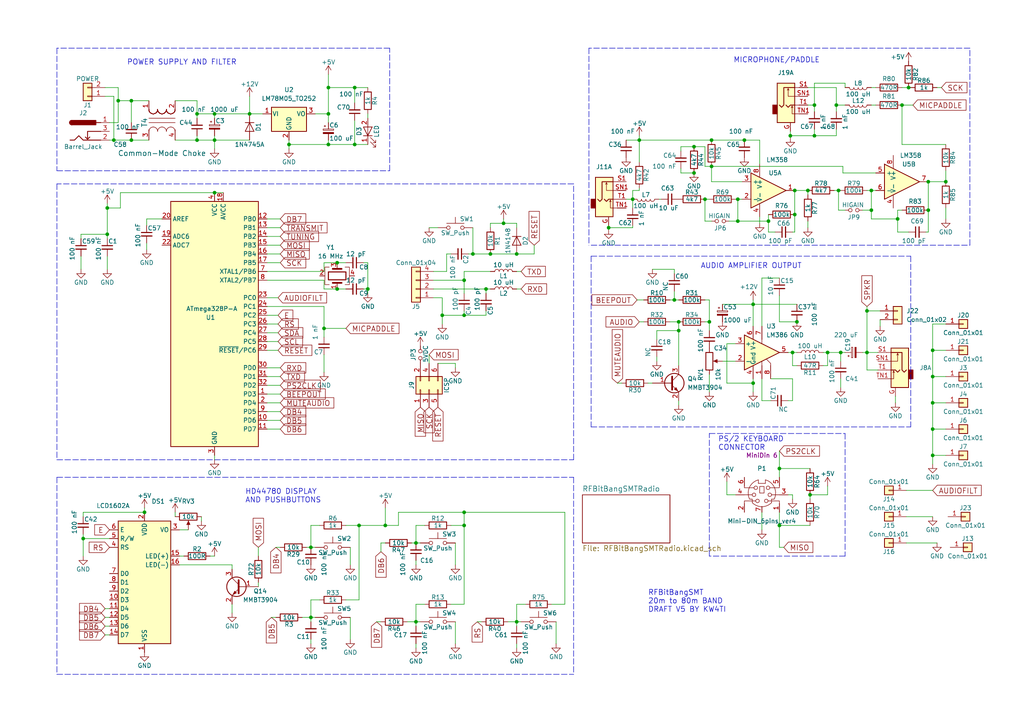
<source format=kicad_sch>
(kicad_sch (version 20211123) (generator eeschema)
  (paper "A4")
  (junction (at 234.315 55.245))
  (junction (at 206.375 48.26))
  (junction (at 120.65 157.48))
  (junction (at 231.14 93.345))
  (junction (at 134.62 91.44))
  (junction (at 270.51 109.22))
  (junction (at 269.24 52.705))
  (junction (at 230.505 62.23))
  (junction (at 218.44 111.125))
  (junction (at 270.51 101.6))
  (junction (at 83.82 41.91))
  (junction (at 72.39 33.02))
  (junction (at 34.29 29.21))
  (junction (at 201.295 42.545))
  (junction (at 97.79 83.82))
  (junction (at 31.115 67.945))
  (junction (at 102.87 25.4))
  (junction (at 229.235 39.37))
  (junction (at 251.46 90.17))
  (junction (at 57.15 40.64))
  (junction (at 226.06 135.89))
  (junction (at 95.25 41.91))
  (junction (at 146.05 64.77))
  (junction (at 95.25 33.02))
  (junction (at 134.62 148.59))
  (junction (at 102.87 41.91))
  (junction (at 270.51 132.08))
  (junction (at 251.46 102.235))
  (junction (at 95.25 25.4))
  (junction (at 218.44 88.265))
  (junction (at 38.1 29.21))
  (junction (at 261.62 30.48))
  (junction (at 90.17 158.75))
  (junction (at 149.86 73.66))
  (junction (at 270.51 124.46))
  (junction (at 236.22 30.48))
  (junction (at 204.47 57.785))
  (junction (at 270.51 116.84))
  (junction (at 196.85 93.345))
  (junction (at 142.24 73.66))
  (junction (at 41.91 148.59))
  (junction (at 206.375 40.64))
  (junction (at 106.68 83.82))
  (junction (at 201.295 50.165))
  (junction (at 38.1 40.64))
  (junction (at 215.9 40.64))
  (junction (at 31.115 60.325))
  (junction (at 230.505 55.245))
  (junction (at 234.95 143.51))
  (junction (at 213.995 64.135))
  (junction (at 128.27 91.44))
  (junction (at 120.65 180.34))
  (junction (at 236.22 39.37))
  (junction (at 176.53 66.04))
  (junction (at 222.885 64.135))
  (junction (at 269.24 60.96))
  (junction (at 274.32 52.705))
  (junction (at 196.85 95.885))
  (junction (at 240.03 102.235))
  (junction (at 57.15 33.02))
  (junction (at 62.23 40.64))
  (junction (at 252.73 55.245))
  (junction (at 185.42 40.64))
  (junction (at 242.57 30.48))
  (junction (at 263.525 25.4))
  (junction (at 252.73 60.96))
  (junction (at 134.62 81.28))
  (junction (at 213.995 57.785))
  (junction (at 205.74 93.345))
  (junction (at 104.14 152.4))
  (junction (at 97.79 76.2))
  (junction (at 195.58 86.995))
  (junction (at 260.35 63.5))
  (junction (at 62.23 33.02))
  (junction (at 243.84 102.235))
  (junction (at 111.76 152.4))
  (junction (at 137.16 73.66))
  (junction (at 243.205 55.245))
  (junction (at 33.02 40.64))
  (junction (at 62.23 55.88))
  (junction (at 229.87 102.235))
  (junction (at 149.86 180.34))
  (junction (at 226.06 152.4))
  (junction (at 90.17 179.07))
  (junction (at 183.515 57.785))
  (junction (at 24.13 156.21))
  (junction (at 140.97 83.82))
  (junction (at 134.62 152.4))
  (junction (at 93.98 95.25))
  (wire (pts (xy 236.22 39.37) (xy 229.235 39.37)))
  (wire (pts (xy 229.87 106.045) (xy 231.14 106.045)))
  (wire (pts (xy 52.07 163.83) (xy 67.31 163.83)))
  (wire (pts (xy 57.15 29.21) (xy 57.15 33.02)))
  (wire (pts (xy 120.65 157.48) (xy 121.92 157.48)))
  (wire (pts (xy 77.47 93.98) (xy 80.645 93.98)))
  (wire (pts (xy 57.15 40.64) (xy 57.15 39.37)))
  (wire (pts (xy 183.515 55.245) (xy 183.515 57.785)))
  (wire (pts (xy 95.25 40.64) (xy 95.25 41.91)))
  (wire (pts (xy 31.115 67.945) (xy 31.115 69.215)))
  (wire (pts (xy 195.58 78.105) (xy 195.58 79.375)))
  (wire (pts (xy 80.645 86.36) (xy 77.47 86.36)))
  (wire (pts (xy 111.76 152.4) (xy 111.76 147.32)))
  (wire (pts (xy 269.24 52.705) (xy 274.32 52.705)))
  (wire (pts (xy 228.6 102.235) (xy 229.87 102.235)))
  (wire (pts (xy 93.98 81.28) (xy 77.47 81.28)))
  (wire (pts (xy 263.525 25.4) (xy 261.62 25.4)))
  (wire (pts (xy 210.82 143.51) (xy 213.36 143.51)))
  (wire (pts (xy 24.13 154.94) (xy 24.13 156.21)))
  (wire (pts (xy 163.83 148.59) (xy 163.83 175.26)))
  (wire (pts (xy 106.68 34.29) (xy 106.68 33.02)))
  (wire (pts (xy 226.06 148.59) (xy 226.06 152.4)))
  (wire (pts (xy 234.315 55.245) (xy 230.505 55.245)))
  (wire (pts (xy 189.23 78.105) (xy 195.58 78.105)))
  (polyline (pts (xy 245.11 125.73) (xy 245.11 161.29)))
  (wire (pts (xy 215.9 40.64) (xy 220.345 40.64)))
  (wire (pts (xy 260.35 63.5) (xy 252.73 63.5)))
  (wire (pts (xy 77.47 68.58) (xy 81.28 68.58)))
  (wire (pts (xy 270.51 142.24) (xy 262.89 142.24)))
  (wire (pts (xy 151.13 78.74) (xy 149.86 78.74)))
  (wire (pts (xy 58.42 151.13) (xy 58.42 149.86)))
  (wire (pts (xy 226.06 152.4) (xy 226.06 158.75)))
  (wire (pts (xy 90.17 158.75) (xy 90.17 152.4)))
  (wire (pts (xy 77.47 106.68) (xy 81.28 106.68)))
  (wire (pts (xy 77.47 76.2) (xy 81.28 76.2)))
  (wire (pts (xy 38.1 40.64) (xy 43.18 40.64)))
  (wire (pts (xy 222.885 64.135) (xy 222.885 67.31)))
  (wire (pts (xy 62.23 40.64) (xy 72.39 40.64)))
  (wire (pts (xy 62.23 39.37) (xy 62.23 40.64)))
  (wire (pts (xy 152.4 175.26) (xy 149.86 175.26)))
  (wire (pts (xy 243.84 102.235) (xy 243.84 104.775)))
  (wire (pts (xy 252.73 55.245) (xy 252.73 60.96)))
  (wire (pts (xy 106.68 25.4) (xy 102.87 25.4)))
  (wire (pts (xy 120.65 175.26) (xy 120.65 180.34)))
  (wire (pts (xy 130.81 73.66) (xy 129.54 73.66)))
  (wire (pts (xy 23.495 78.105) (xy 23.495 74.295)))
  (wire (pts (xy 183.515 55.245) (xy 185.42 55.245)))
  (wire (pts (xy 205.74 108.585) (xy 205.74 113.665)))
  (wire (pts (xy 260.35 60.96) (xy 261.62 60.96)))
  (wire (pts (xy 194.31 86.995) (xy 195.58 86.995)))
  (wire (pts (xy 236.22 24.13) (xy 245.11 24.13)))
  (wire (pts (xy 90.17 179.07) (xy 90.17 180.34)))
  (wire (pts (xy 270.51 93.98) (xy 270.51 101.6)))
  (wire (pts (xy 234.95 143.51) (xy 234.95 144.78)))
  (wire (pts (xy 274.32 101.6) (xy 270.51 101.6)))
  (wire (pts (xy 240.03 102.235) (xy 240.03 106.045)))
  (wire (pts (xy 118.11 180.34) (xy 120.65 180.34)))
  (wire (pts (xy 77.47 71.12) (xy 81.28 71.12)))
  (wire (pts (xy 132.08 180.34) (xy 132.08 186.69)))
  (polyline (pts (xy 113.03 13.97) (xy 16.51 13.97)))
  (wire (pts (xy 34.29 29.21) (xy 34.29 35.56)))
  (wire (pts (xy 90.17 152.4) (xy 92.71 152.4)))
  (wire (pts (xy 67.31 163.83) (xy 67.31 165.1)))
  (wire (pts (xy 176.53 66.04) (xy 176.53 66.675)))
  (wire (pts (xy 102.87 25.4) (xy 95.25 25.4)))
  (wire (pts (xy 30.48 27.94) (xy 33.02 27.94)))
  (wire (pts (xy 38.1 29.21) (xy 43.18 29.21)))
  (wire (pts (xy 120.65 152.4) (xy 123.19 152.4)))
  (wire (pts (xy 196.85 95.885) (xy 196.85 106.045)))
  (wire (pts (xy 197.485 48.895) (xy 197.485 50.165)))
  (wire (pts (xy 243.84 102.235) (xy 245.11 102.235)))
  (wire (pts (xy 134.62 78.74) (xy 134.62 81.28)))
  (wire (pts (xy 243.84 112.395) (xy 243.84 109.855)))
  (wire (pts (xy 263.525 67.31) (xy 260.35 67.31)))
  (wire (pts (xy 111.76 152.4) (xy 115.57 152.4)))
  (wire (pts (xy 163.83 175.26) (xy 160.02 175.26)))
  (wire (pts (xy 243.205 60.96) (xy 245.11 60.96)))
  (wire (pts (xy 142.24 73.66) (xy 149.86 73.66)))
  (polyline (pts (xy 16.51 13.97) (xy 16.51 49.53)))
  (wire (pts (xy 185.42 54.61) (xy 185.42 55.245)))
  (wire (pts (xy 31.75 40.64) (xy 33.02 40.64)))
  (polyline (pts (xy 171.45 74.295) (xy 171.45 123.825)))
  (wire (pts (xy 189.23 111.125) (xy 187.96 111.125)))
  (wire (pts (xy 270.51 149.86) (xy 262.89 149.86)))
  (wire (pts (xy 244.475 48.26) (xy 244.475 50.165)))
  (wire (pts (xy 260.35 63.5) (xy 260.35 60.96)))
  (wire (pts (xy 270.51 109.22) (xy 270.51 116.84)))
  (wire (pts (xy 31.75 181.61) (xy 30.48 181.61)))
  (wire (pts (xy 102.87 25.4) (xy 102.87 29.845)))
  (wire (pts (xy 93.98 95.25) (xy 93.98 97.79)))
  (wire (pts (xy 24.13 148.59) (xy 24.13 149.86)))
  (wire (pts (xy 226.06 85.725) (xy 226.06 93.345)))
  (wire (pts (xy 213.995 64.135) (xy 211.455 64.135)))
  (wire (pts (xy 41.91 147.32) (xy 41.91 148.59)))
  (wire (pts (xy 104.14 152.4) (xy 104.14 173.99)))
  (wire (pts (xy 210.82 111.125) (xy 218.44 111.125)))
  (wire (pts (xy 93.98 95.25) (xy 100.33 95.25)))
  (wire (pts (xy 270.51 124.46) (xy 270.51 132.08)))
  (wire (pts (xy 129.54 78.74) (xy 125.73 78.74)))
  (wire (pts (xy 259.715 114.935) (xy 259.715 116.84)))
  (wire (pts (xy 234.315 64.135) (xy 234.315 66.04)))
  (wire (pts (xy 186.69 93.345) (xy 185.42 93.345)))
  (wire (pts (xy 120.65 187.96) (xy 120.65 186.69)))
  (polyline (pts (xy 16.51 195.58) (xy 166.37 195.58)))
  (wire (pts (xy 218.44 88.265) (xy 231.14 88.265)))
  (wire (pts (xy 139.7 180.34) (xy 138.43 180.34)))
  (wire (pts (xy 57.15 33.02) (xy 62.23 33.02)))
  (wire (pts (xy 77.47 101.6) (xy 80.645 101.6)))
  (wire (pts (xy 230.505 62.23) (xy 230.505 67.31)))
  (wire (pts (xy 201.295 42.545) (xy 204.47 42.545)))
  (polyline (pts (xy 171.45 123.825) (xy 264.16 123.825)))
  (wire (pts (xy 129.54 73.66) (xy 129.54 78.74)))
  (wire (pts (xy 67.31 177.8) (xy 67.31 175.26)))
  (wire (pts (xy 252.73 25.4) (xy 254 25.4)))
  (wire (pts (xy 104.14 152.4) (xy 111.76 152.4)))
  (wire (pts (xy 238.76 102.235) (xy 240.03 102.235)))
  (wire (pts (xy 128.27 86.36) (xy 128.27 91.44)))
  (wire (pts (xy 269.24 60.96) (xy 269.24 67.31)))
  (wire (pts (xy 137.16 73.66) (xy 142.24 73.66)))
  (wire (pts (xy 146.05 63.5) (xy 146.05 64.77)))
  (wire (pts (xy 218.44 86.995) (xy 218.44 88.265)))
  (wire (pts (xy 77.47 111.76) (xy 81.28 111.76)))
  (polyline (pts (xy 16.51 138.43) (xy 166.37 138.43)))
  (wire (pts (xy 104.14 173.99) (xy 100.33 173.99)))
  (wire (pts (xy 261.62 30.48) (xy 264.795 30.48)))
  (wire (pts (xy 226.06 158.75) (xy 227.33 158.75)))
  (polyline (pts (xy 245.11 161.29) (xy 205.74 161.29)))
  (wire (pts (xy 77.47 66.04) (xy 81.28 66.04)))
  (wire (pts (xy 132.08 105.41) (xy 132.08 106.68)))
  (wire (pts (xy 263.525 25.4) (xy 264.16 25.4)))
  (wire (pts (xy 95.25 33.02) (xy 95.25 35.56)))
  (wire (pts (xy 186.69 86.995) (xy 184.785 86.995)))
  (wire (pts (xy 50.8 148.59) (xy 50.8 149.86)))
  (wire (pts (xy 210.82 143.51) (xy 210.82 139.7)))
  (wire (pts (xy 274.32 132.08) (xy 270.51 132.08)))
  (wire (pts (xy 115.57 148.59) (xy 134.62 148.59)))
  (wire (pts (xy 62.23 133.35) (xy 62.23 132.08)))
  (wire (pts (xy 181.61 57.785) (xy 183.515 57.785)))
  (wire (pts (xy 128.27 91.44) (xy 134.62 91.44)))
  (wire (pts (xy 146.05 64.77) (xy 149.86 64.77)))
  (wire (pts (xy 119.38 157.48) (xy 120.65 157.48)))
  (wire (pts (xy 23.495 69.215) (xy 23.495 67.945)))
  (wire (pts (xy 93.98 107.95) (xy 93.98 102.87)))
  (wire (pts (xy 77.47 119.38) (xy 81.28 119.38)))
  (wire (pts (xy 93.98 76.2) (xy 97.79 76.2)))
  (wire (pts (xy 134.62 90.17) (xy 134.62 91.44)))
  (wire (pts (xy 220.98 153.67) (xy 220.98 148.59)))
  (wire (pts (xy 93.98 83.82) (xy 97.79 83.82)))
  (wire (pts (xy 210.82 99.695) (xy 210.82 111.125)))
  (wire (pts (xy 213.995 57.785) (xy 213.995 64.135)))
  (wire (pts (xy 218.44 111.125) (xy 218.44 113.665)))
  (wire (pts (xy 242.57 32.385) (xy 242.57 30.48)))
  (polyline (pts (xy 171.45 71.12) (xy 281.305 71.12)))
  (wire (pts (xy 124.46 102.87) (xy 124.46 105.41)))
  (wire (pts (xy 236.22 37.465) (xy 236.22 39.37)))
  (wire (pts (xy 222.885 62.23) (xy 222.885 64.135)))
  (wire (pts (xy 31.115 59.055) (xy 31.115 60.325)))
  (wire (pts (xy 190.5 98.425) (xy 190.5 95.885)))
  (wire (pts (xy 77.47 124.46) (xy 81.28 124.46)))
  (wire (pts (xy 127 105.41) (xy 132.08 105.41)))
  (wire (pts (xy 42.545 70.485) (xy 42.545 72.39)))
  (wire (pts (xy 252.73 63.5) (xy 252.73 60.96)))
  (wire (pts (xy 229.87 102.235) (xy 231.14 102.235)))
  (wire (pts (xy 72.39 33.02) (xy 76.2 33.02)))
  (wire (pts (xy 100.33 152.4) (xy 104.14 152.4)))
  (wire (pts (xy 62.23 161.29) (xy 60.96 161.29)))
  (wire (pts (xy 120.65 163.83) (xy 120.65 162.56)))
  (wire (pts (xy 236.22 30.48) (xy 236.22 32.385)))
  (wire (pts (xy 206.375 48.26) (xy 244.475 48.26)))
  (wire (pts (xy 123.19 175.26) (xy 120.65 175.26)))
  (wire (pts (xy 154.94 73.66) (xy 154.94 71.12)))
  (wire (pts (xy 77.47 88.9) (xy 93.98 88.9)))
  (wire (pts (xy 274.32 60.325) (xy 274.32 63.5)))
  (wire (pts (xy 195.58 84.455) (xy 195.58 86.995)))
  (wire (pts (xy 234.315 56.515) (xy 234.315 55.245)))
  (wire (pts (xy 134.62 175.26) (xy 130.81 175.26)))
  (wire (pts (xy 185.42 39.37) (xy 185.42 40.64)))
  (wire (pts (xy 151.13 83.82) (xy 149.86 83.82)))
  (wire (pts (xy 62.23 33.02) (xy 72.39 33.02)))
  (wire (pts (xy 102.87 41.91) (xy 106.68 41.91)))
  (wire (pts (xy 230.505 55.245) (xy 230.505 62.23)))
  (wire (pts (xy 251.46 102.235) (xy 254.635 102.235)))
  (wire (pts (xy 102.87 34.925) (xy 102.87 41.91)))
  (polyline (pts (xy 166.37 53.34) (xy 16.51 53.34)))
  (wire (pts (xy 161.29 180.34) (xy 161.29 186.69)))
  (polyline (pts (xy 166.37 138.43) (xy 166.37 195.58)))
  (wire (pts (xy 220.98 94.615) (xy 220.98 80.645)))
  (wire (pts (xy 181.61 40.64) (xy 185.42 40.64)))
  (wire (pts (xy 213.995 64.135) (xy 222.885 64.135)))
  (wire (pts (xy 110.49 157.48) (xy 111.76 157.48)))
  (wire (pts (xy 128.27 86.36) (xy 125.73 86.36)))
  (wire (pts (xy 137.16 66.04) (xy 137.16 73.66)))
  (wire (pts (xy 229.87 109.855) (xy 229.87 116.205)))
  (polyline (pts (xy 113.03 49.53) (xy 113.03 13.97)))
  (wire (pts (xy 242.57 30.48) (xy 242.57 25.4)))
  (wire (pts (xy 213.995 57.785) (xy 215.265 57.785)))
  (wire (pts (xy 31.115 74.295) (xy 31.115 78.105)))
  (wire (pts (xy 34.925 55.88) (xy 62.23 55.88)))
  (wire (pts (xy 33.02 27.94) (xy 33.02 40.64)))
  (wire (pts (xy 190.5 95.885) (xy 196.85 95.885)))
  (wire (pts (xy 269.24 52.705) (xy 269.24 60.96)))
  (wire (pts (xy 218.44 109.855) (xy 218.44 111.125)))
  (wire (pts (xy 149.86 64.77) (xy 149.86 66.04)))
  (wire (pts (xy 135.89 73.66) (xy 137.16 73.66)))
  (wire (pts (xy 185.42 40.64) (xy 185.42 46.99)))
  (wire (pts (xy 245.11 24.13) (xy 245.11 25.4)))
  (wire (pts (xy 74.93 158.75) (xy 74.93 161.29)))
  (wire (pts (xy 205.74 86.995) (xy 205.74 93.345)))
  (polyline (pts (xy 171.45 74.295) (xy 264.16 74.295)))
  (wire (pts (xy 236.22 24.13) (xy 236.22 30.48)))
  (wire (pts (xy 226.06 93.345) (xy 231.14 93.345)))
  (wire (pts (xy 77.47 96.52) (xy 80.645 96.52)))
  (wire (pts (xy 106.68 83.82) (xy 106.68 85.09)))
  (wire (pts (xy 134.62 78.74) (xy 142.24 78.74)))
  (wire (pts (xy 270.51 116.84) (xy 274.32 116.84)))
  (wire (pts (xy 274.32 41.91) (xy 261.62 41.91)))
  (wire (pts (xy 97.79 76.2) (xy 100.33 76.2)))
  (wire (pts (xy 197.485 50.165) (xy 201.295 50.165)))
  (wire (pts (xy 134.62 152.4) (xy 134.62 175.26)))
  (wire (pts (xy 183.515 57.785) (xy 183.515 60.325)))
  (wire (pts (xy 274.32 93.98) (xy 270.51 93.98)))
  (wire (pts (xy 93.98 83.82) (xy 93.98 81.28)))
  (wire (pts (xy 64.77 55.88) (xy 62.23 55.88)))
  (wire (pts (xy 183.515 65.405) (xy 183.515 66.04)))
  (wire (pts (xy 34.29 35.56) (xy 31.75 35.56)))
  (wire (pts (xy 250.19 102.235) (xy 251.46 102.235)))
  (wire (pts (xy 251.46 90.17) (xy 255.27 90.17)))
  (wire (pts (xy 90.17 158.75) (xy 91.44 158.75)))
  (wire (pts (xy 197.485 43.815) (xy 197.485 42.545)))
  (wire (pts (xy 92.71 173.99) (xy 90.17 173.99)))
  (wire (pts (xy 229.87 102.235) (xy 229.87 106.045)))
  (wire (pts (xy 191.135 57.785) (xy 191.77 57.785)))
  (wire (pts (xy 226.06 152.4) (xy 234.95 152.4)))
  (wire (pts (xy 30.48 25.4) (xy 34.29 25.4)))
  (wire (pts (xy 52.07 153.67) (xy 54.61 153.67)))
  (wire (pts (xy 62.23 40.64) (xy 62.23 43.18)))
  (wire (pts (xy 128.27 91.44) (xy 128.27 93.98)))
  (wire (pts (xy 229.235 38.1) (xy 229.235 39.37)))
  (wire (pts (xy 204.47 57.785) (xy 204.47 64.135)))
  (wire (pts (xy 30.48 176.53) (xy 31.75 176.53)))
  (wire (pts (xy 218.44 88.265) (xy 218.44 94.615)))
  (wire (pts (xy 120.65 180.34) (xy 120.65 181.61)))
  (wire (pts (xy 226.06 130.81) (xy 226.06 135.89)))
  (wire (pts (xy 180.34 111.125) (xy 179.07 111.125)))
  (wire (pts (xy 83.82 41.91) (xy 95.25 41.91)))
  (wire (pts (xy 34.925 60.325) (xy 34.925 55.88)))
  (wire (pts (xy 101.6 158.75) (xy 101.6 163.83)))
  (wire (pts (xy 260.35 67.31) (xy 260.35 63.5)))
  (wire (pts (xy 226.06 135.89) (xy 226.06 138.43)))
  (wire (pts (xy 81.28 158.75) (xy 80.01 158.75)))
  (wire (pts (xy 77.47 114.3) (xy 81.28 114.3)))
  (polyline (pts (xy 16.51 133.35) (xy 166.37 133.35)))
  (wire (pts (xy 274.32 49.53) (xy 274.32 52.705)))
  (wire (pts (xy 242.57 37.465) (xy 242.57 39.37)))
  (wire (pts (xy 74.93 168.91) (xy 74.93 170.18)))
  (wire (pts (xy 93.98 88.9) (xy 93.98 95.25)))
  (wire (pts (xy 23.495 67.945) (xy 31.115 67.945)))
  (wire (pts (xy 183.515 66.04) (xy 176.53 66.04)))
  (wire (pts (xy 106.68 76.2) (xy 105.41 76.2)))
  (wire (pts (xy 222.885 67.31) (xy 224.79 67.31)))
  (wire (pts (xy 95.25 41.91) (xy 102.87 41.91)))
  (wire (pts (xy 229.87 116.205) (xy 228.6 116.205)))
  (wire (pts (xy 90.17 186.69) (xy 90.17 185.42)))
  (wire (pts (xy 204.47 57.785) (xy 205.74 57.785)))
  (wire (pts (xy 142.24 64.77) (xy 142.24 66.04)))
  (wire (pts (xy 57.15 40.64) (xy 62.23 40.64)))
  (wire (pts (xy 251.46 90.17) (xy 251.46 102.235)))
  (wire (pts (xy 24.13 156.21) (xy 31.75 156.21)))
  (wire (pts (xy 230.505 67.31) (xy 229.87 67.31)))
  (wire (pts (xy 229.87 144.78) (xy 229.87 143.51)))
  (wire (pts (xy 97.79 83.82) (xy 100.33 83.82)))
  (wire (pts (xy 149.86 187.96) (xy 149.86 186.69)))
  (wire (pts (xy 101.6 179.07) (xy 101.6 185.42)))
  (wire (pts (xy 194.31 93.345) (xy 196.85 93.345)))
  (wire (pts (xy 125.73 83.82) (xy 140.97 83.82)))
  (wire (pts (xy 185.42 40.64) (xy 206.375 40.64)))
  (polyline (pts (xy 16.51 49.53) (xy 113.03 49.53)))
  (polyline (pts (xy 281.305 13.97) (xy 170.815 13.97)))
  (wire (pts (xy 204.47 48.26) (xy 206.375 48.26)))
  (wire (pts (xy 209.55 88.265) (xy 218.44 88.265)))
  (wire (pts (xy 88.9 158.75) (xy 90.17 158.75)))
  (wire (pts (xy 77.47 99.06) (xy 80.645 99.06)))
  (wire (pts (xy 254.635 107.315) (xy 251.46 107.315)))
  (wire (pts (xy 147.32 180.34) (xy 149.86 180.34)))
  (wire (pts (xy 213.36 57.785) (xy 213.995 57.785)))
  (wire (pts (xy 236.22 30.48) (xy 234.315 30.48)))
  (wire (pts (xy 229.87 143.51) (xy 228.6 143.51)))
  (wire (pts (xy 57.15 29.21) (xy 50.8 29.21)))
  (wire (pts (xy 206.375 40.64) (xy 215.9 40.64)))
  (polyline (pts (xy 170.815 13.97) (xy 170.815 71.12)))
  (wire (pts (xy 242.57 39.37) (xy 236.22 39.37)))
  (wire (pts (xy 206.375 52.705) (xy 215.265 52.705)))
  (wire (pts (xy 83.82 40.64) (xy 83.82 41.91)))
  (wire (pts (xy 90.17 173.99) (xy 90.17 179.07)))
  (wire (pts (xy 34.29 25.4) (xy 34.29 29.21)))
  (wire (pts (xy 195.58 86.995) (xy 196.85 86.995)))
  (wire (pts (xy 204.47 64.135) (xy 206.375 64.135)))
  (polyline (pts (xy 205.74 125.73) (xy 245.11 125.73)))
  (wire (pts (xy 240.03 140.97) (xy 240.03 143.51)))
  (wire (pts (xy 220.98 80.645) (xy 226.06 80.645)))
  (wire (pts (xy 229.235 39.37) (xy 229.235 40.005)))
  (wire (pts (xy 42.545 63.5) (xy 42.545 65.405)))
  (wire (pts (xy 213.36 99.695) (xy 210.82 99.695)))
  (wire (pts (xy 140.97 85.09) (xy 140.97 83.82)))
  (wire (pts (xy 205.74 93.345) (xy 204.47 93.345)))
  (wire (pts (xy 271.78 25.4) (xy 273.05 25.4)))
  (wire (pts (xy 120.65 180.34) (xy 121.92 180.34)))
  (wire (pts (xy 223.52 109.855) (xy 229.87 109.855)))
  (wire (pts (xy 251.46 88.9) (xy 251.46 90.17)))
  (wire (pts (xy 243.205 55.245) (xy 243.84 55.245)))
  (wire (pts (xy 134.62 81.28) (xy 134.62 85.09)))
  (wire (pts (xy 251.46 107.315) (xy 251.46 102.235)))
  (wire (pts (xy 196.85 116.205) (xy 196.85 117.475)))
  (wire (pts (xy 134.62 91.44) (xy 140.97 91.44)))
  (wire (pts (xy 77.47 63.5) (xy 81.28 63.5)))
  (polyline (pts (xy 281.305 71.12) (xy 281.305 13.97)))
  (wire (pts (xy 243.205 55.245) (xy 243.205 60.96)))
  (wire (pts (xy 271.78 157.48) (xy 262.89 157.48)))
  (wire (pts (xy 220.98 116.205) (xy 223.52 116.205)))
  (wire (pts (xy 41.91 148.59) (xy 24.13 148.59)))
  (wire (pts (xy 77.47 121.92) (xy 81.28 121.92)))
  (wire (pts (xy 52.07 161.29) (xy 53.34 161.29)))
  (wire (pts (xy 24.13 156.21) (xy 24.13 161.29)))
  (wire (pts (xy 209.55 104.775) (xy 213.36 104.775)))
  (wire (pts (xy 134.62 152.4) (xy 130.81 152.4)))
  (wire (pts (xy 80.01 179.07) (xy 78.74 179.07)))
  (polyline (pts (xy 16.51 138.43) (xy 16.51 195.58)))
  (wire (pts (xy 142.24 64.77) (xy 146.05 64.77)))
  (wire (pts (xy 149.86 180.34) (xy 151.13 180.34)))
  (wire (pts (xy 31.115 60.325) (xy 34.925 60.325)))
  (wire (pts (xy 83.82 41.91) (xy 83.82 43.18)))
  (wire (pts (xy 62.23 33.02) (xy 62.23 34.29)))
  (wire (pts (xy 226.06 135.89) (xy 234.95 135.89)))
  (wire (pts (xy 110.49 180.34) (xy 109.22 180.34)))
  (wire (pts (xy 105.41 83.82) (xy 106.68 83.82)))
  (wire (pts (xy 220.98 109.855) (xy 220.98 116.205)))
  (wire (pts (xy 50.8 40.64) (xy 57.15 40.64)))
  (wire (pts (xy 31.75 179.07) (xy 30.48 179.07)))
  (wire (pts (xy 31.115 60.325) (xy 31.115 67.945)))
  (wire (pts (xy 31.75 184.15) (xy 30.48 184.15)))
  (wire (pts (xy 95.25 25.4) (xy 95.25 33.02)))
  (wire (pts (xy 87.63 179.07) (xy 90.17 179.07)))
  (wire (pts (xy 132.08 157.48) (xy 132.08 163.83)))
  (wire (pts (xy 240.03 102.235) (xy 243.84 102.235)))
  (wire (pts (xy 93.98 78.74) (xy 77.47 78.74)))
  (polyline (pts (xy 166.37 133.35) (xy 166.37 53.34)))
  (wire (pts (xy 124.46 66.04) (xy 127 66.04)))
  (wire (pts (xy 240.03 106.045) (xy 238.76 106.045)))
  (wire (pts (xy 255.27 92.71) (xy 255.27 94.615)))
  (wire (pts (xy 242.57 30.48) (xy 245.11 30.48)))
  (wire (pts (xy 95.25 33.02) (xy 91.44 33.02)))
  (wire (pts (xy 33.02 40.64) (xy 38.1 40.64)))
  (wire (pts (xy 205.74 93.345) (xy 205.74 95.885)))
  (wire (pts (xy 72.39 33.02) (xy 72.39 27.94)))
  (wire (pts (xy 77.47 91.44) (xy 80.645 91.44)))
  (wire (pts (xy 196.85 93.345) (xy 196.85 95.885)))
  (wire (pts (xy 77.47 109.22) (xy 81.28 109.22)))
  (wire (pts (xy 270.51 101.6) (xy 270.51 109.22)))
  (wire (pts (xy 115.57 152.4) (xy 115.57 148.59)))
  (wire (pts (xy 57.15 33.02) (xy 57.15 34.29)))
  (wire (pts (xy 252.73 30.48) (xy 254 30.48)))
  (wire (pts (xy 252.73 60.96) (xy 250.19 60.96)))
  (wire (pts (xy 77.47 73.66) (xy 81.28 73.66)))
  (wire (pts (xy 140.97 83.82) (xy 142.24 83.82)))
  (wire (pts (xy 270.51 109.22) (xy 274.32 109.22)))
  (wire (pts (xy 34.29 29.21) (xy 38.1 29.21)))
  (wire (pts (xy 204.47 42.545) (xy 204.47 48.26)))
  (wire (pts (xy 220.345 62.865) (xy 220.345 64.77)))
  (wire (pts (xy 244.475 50.165) (xy 254 50.165)))
  (wire (pts (xy 176.53 65.405) (xy 176.53 66.04)))
  (wire (pts (xy 206.375 48.26) (xy 206.375 52.705)))
  (wire (pts (xy 252.73 55.245) (xy 254 55.245)))
  (polyline (pts (xy 16.51 53.34) (xy 16.51 133.35)))
  (polyline (pts (xy 264.16 74.295) (xy 264.16 123.825)))
  (wire (pts (xy 274.32 124.46) (xy 270.51 124.46)))
  (wire (pts (xy 220.345 40.64) (xy 220.345 47.625)))
  (wire (pts (xy 240.03 143.51) (xy 234.95 143.51)))
  (wire (pts (xy 234.315 25.4) (xy 242.57 25.4)))
  (wire (pts (xy 149.86 175.26) (xy 149.86 180.34)))
  (wire (pts (xy 251.46 55.245) (xy 252.73 55.245)))
  (wire (pts (xy 95.25 21.59) (xy 95.25 25.4)))
  (wire (pts (xy 120.65 152.4) (xy 120.65 157.48)))
  (wire (pts (xy 270.51 116.84) (xy 270.51 124.46)))
  (wire (pts (xy 134.62 148.59) (xy 134.62 152.4)))
  (wire (pts (xy 270.51 132.08) (xy 270.51 134.62)))
  (wire (pts (xy 241.935 55.245) (xy 243.205 55.245)))
  (wire (pts (xy 77.47 116.84) (xy 81.28 116.84)))
  (wire (pts (xy 149.86 180.34) (xy 149.86 181.61)))
  (polyline (pts (xy 205.74 161.29) (xy 205.74 125.73)))
  (wire (pts (xy 197.485 42.545) (xy 201.295 42.545)))
  (wire (pts (xy 38.1 35.56) (xy 38.1 29.21)))
  (wire (pts (xy 134.62 81.28) (xy 125.73 81.28)))
  (wire (pts (xy 134.62 148.59) (xy 163.83 148.59)))
  (wire (pts (xy 90.17 179.07) (xy 91.44 179.07)))
  (wire (pts (xy 140.97 91.44) (xy 140.97 90.17)))
  (wire (pts (xy 261.62 41.91) (xy 261.62 30.48)))
  (wire (pts (xy 269.24 67.31) (xy 268.605 67.31)))
  (wire (pts (xy 110.49 160.02) (xy 110.49 157.48)))
  (wire (pts (xy 42.545 63.5) (xy 46.99 63.5)))
  (wire (pts (xy 93.98 76.2) (xy 93.98 78.74)))
  (wire (pts (xy 190.5 103.505) (xy 190.5 104.775)))
  (wire (pts (xy 149.86 73.66) (xy 154.94 73.66)))
  (wire (pts (xy 204.47 86.995) (xy 205.74 86.995)))
  (wire (pts (xy 106.68 76.2) (xy 106.68 83.82)))
  (text "POWER SUPPLY AND FILTER" (at 36.83 19.05 0) (effects (font (size 1.524 1.524)) (justify left bottom)))
  (text "PS/2 KEYBOARD\nCONNECTOR" (at 208.28 130.81 0) (effects (font (size 1.524 1.524)) (justify left bottom)))
  (text "MICROPHONE/PADDLE" (at 212.725 18.415 0) (effects (font (size 1.524 1.524)) (justify left bottom)))
  (text "AUDIO AMPLIFIER OUTPUT" (at 203.2 78.105 0) (effects (font (size 1.524 1.524)) (justify left bottom)))
  (text "RFBitBangSMT\n20m to 80m BAND\nDRAFT V5 BY KW4TI" (at 187.96 177.8 0) (effects (font (size 1.524 1.524)) (justify left bottom)))
  (text "HD44780 DISPLAY\nAND PUSHBUTTONS" (at 71.12 146.05 0) (effects (font (size 1.524 1.524)) (justify left bottom)))
  (global_label "DB4" (shape input) (at 30.48 176.53 180) (effects (font (size 1.524 1.524))) (property "Intersheet References" "${INTERSHEET_REFS}" (effects hide)))
  (global_label "PS2CLK" (shape input) (at 226.06 130.81 0) (effects (font (size 1.524 1.524))) (property "Intersheet References" "${INTERSHEET_REFS}" (effects hide)))
  (global_label "MISO" (shape input) (at 121.92 118.11 270) (effects (font (size 1.524 1.524))) (property "Intersheet References" "${INTERSHEET_REFS}" (effects hide)))
  (global_label "RS" (shape input) (at 138.43 180.34 270) (effects (font (size 1.524 1.524))) (property "Intersheet References" "${INTERSHEET_REFS}" (effects hide)))
  (global_label "RS" (shape input) (at 31.75 158.75 180) (effects (font (size 1.524 1.524))) (property "Intersheet References" "${INTERSHEET_REFS}" (effects hide)))
  (global_label "MOSI" (shape input) (at 74.93 158.75 90) (effects (font (size 1.524 1.524))) (property "Intersheet References" "${INTERSHEET_REFS}" (effects hide)))
  (global_label "RESET" (shape input) (at 127 118.11 270) (effects (font (size 1.524 1.524))) (property "Intersheet References" "${INTERSHEET_REFS}" (effects hide)))
  (global_label "RESET" (shape input) (at 80.645 101.6 0) (effects (font (size 1.524 1.524))) (property "Intersheet References" "${INTERSHEET_REFS}" (effects hide)))
  (global_label "DB5" (shape input) (at 30.48 179.07 180) (effects (font (size 1.524 1.524))) (property "Intersheet References" "${INTERSHEET_REFS}" (effects hide)))
  (global_label "SCK" (shape input) (at 81.28 76.2 0) (effects (font (size 1.524 1.524))) (property "Intersheet References" "${INTERSHEET_REFS}" (effects hide)))
  (global_label "TUNING" (shape input) (at 81.28 68.58 0) (effects (font (size 1.524 1.524))) (property "Intersheet References" "${INTERSHEET_REFS}" (effects hide)))
  (global_label "SCK" (shape input) (at 124.46 118.11 270) (effects (font (size 1.524 1.524))) (property "Intersheet References" "${INTERSHEET_REFS}" (effects hide)))
  (global_label "SDA" (shape input) (at 80.645 96.52 0) (effects (font (size 1.524 1.524))) (property "Intersheet References" "${INTERSHEET_REFS}" (effects hide)))
  (global_label "SCL" (shape input) (at 80.645 99.06 0) (effects (font (size 1.524 1.524))) (property "Intersheet References" "${INTERSHEET_REFS}" (effects hide)))
  (global_label "MISO" (shape input) (at 227.33 158.75 0) (effects (font (size 1.524 1.524))) (property "Intersheet References" "${INTERSHEET_REFS}" (effects hide)))
  (global_label "DB6" (shape input) (at 81.28 124.46 0) (effects (font (size 1.524 1.524))) (property "Intersheet References" "${INTERSHEET_REFS}" (effects hide)))
  (global_label "RESET" (shape input) (at 154.94 71.12 90) (effects (font (size 1.524 1.524))) (property "Intersheet References" "${INTERSHEET_REFS}" (effects hide)))
  (global_label "MICPADDLE" (shape input) (at 100.33 95.25 0) (effects (font (size 1.524 1.524))) (property "Intersheet References" "${INTERSHEET_REFS}" (effects hide)))
  (global_label "RXD" (shape input) (at 151.13 83.82 0) (effects (font (size 1.524 1.524))) (property "Intersheet References" "${INTERSHEET_REFS}" (effects hide)))
  (global_label "TXD" (shape input) (at 151.13 78.74 0) (effects (font (size 1.524 1.524))) (property "Intersheet References" "${INTERSHEET_REFS}" (effects hide)))
  (global_label "RS" (shape input) (at 80.645 93.98 0) (effects (font (size 1.524 1.524))) (property "Intersheet References" "${INTERSHEET_REFS}" (effects hide)))
  (global_label "AUDIO" (shape input) (at 185.42 93.345 180) (effects (font (size 1.524 1.524))) (property "Intersheet References" "${INTERSHEET_REFS}" (effects hide)))
  (global_label "DB7" (shape input) (at 109.22 180.34 270) (effects (font (size 1.524 1.524))) (property "Intersheet References" "${INTERSHEET_REFS}" (effects hide)))
  (global_label "MOSI" (shape input) (at 81.28 71.12 0) (effects (font (size 1.524 1.524))) (property "Intersheet References" "${INTERSHEET_REFS}" (effects hide)))
  (global_label "AUDIOFILT" (shape input) (at 270.51 142.24 0) (effects (font (size 1.524 1.524))) (property "Intersheet References" "${INTERSHEET_REFS}" (effects hide)))
  (global_label "DB5" (shape input) (at 78.74 179.07 270) (effects (font (size 1.524 1.524))) (property "Intersheet References" "${INTERSHEET_REFS}" (effects hide)))
  (global_label "BEEPOUT" (shape input) (at 184.785 86.995 180) (effects (font (size 1.524 1.524))) (property "Intersheet References" "${INTERSHEET_REFS}" (effects hide)))
  (global_label "DB6" (shape input) (at 110.49 160.02 270) (effects (font (size 1.524 1.524))) (property "Intersheet References" "${INTERSHEET_REFS}" (effects hide)))
  (global_label "SPKR" (shape input) (at 251.46 88.9 90) (effects (font (size 1.524 1.524))) (property "Intersheet References" "${INTERSHEET_REFS}" (effects hide)))
  (global_label "TXD" (shape input) (at 81.28 109.22 0) (effects (font (size 1.524 1.524))) (property "Intersheet References" "${INTERSHEET_REFS}" (effects hide)))
  (global_label "DB4" (shape input) (at 81.28 119.38 0) (effects (font (size 1.524 1.524))) (property "Intersheet References" "${INTERSHEET_REFS}" (effects hide)))
  (global_label "DB7" (shape input) (at 30.48 184.15 180) (effects (font (size 1.524 1.524))) (property "Intersheet References" "${INTERSHEET_REFS}" (effects hide)))
  (global_label "DB4" (shape input) (at 80.01 158.75 270) (effects (font (size 1.524 1.524))) (property "Intersheet References" "${INTERSHEET_REFS}" (effects hide)))
  (global_label "DB7" (shape input) (at 81.28 63.5 0) (effects (font (size 1.524 1.524))) (property "Intersheet References" "${INTERSHEET_REFS}" (effects hide)))
  (global_label "DB5" (shape input) (at 81.28 121.92 0) (effects (font (size 1.524 1.524))) (property "Intersheet References" "${INTERSHEET_REFS}" (effects hide)))
  (global_label "MOSI" (shape input) (at 124.46 102.87 0) (effects (font (size 1.524 1.524))) (property "Intersheet References" "${INTERSHEET_REFS}" (effects hide)))
  (global_label "SCK" (shape input) (at 273.05 25.4 0) (effects (font (size 1.524 1.524))) (property "Intersheet References" "${INTERSHEET_REFS}" (effects hide)))
  (global_label "BEEPOUT" (shape input) (at 81.28 114.3 0) (effects (font (size 1.524 1.524))) (property "Intersheet References" "${INTERSHEET_REFS}" (effects hide)))
  (global_label "MISO" (shape input) (at 81.28 73.66 0) (effects (font (size 1.524 1.524))) (property "Intersheet References" "${INTERSHEET_REFS}" (effects hide)))
  (global_label "E" (shape input) (at 31.75 153.67 180) (effects (font (size 1.524 1.524))) (property "Intersheet References" "${INTERSHEET_REFS}" (effects hide)))
  (global_label "DB6" (shape input) (at 30.48 181.61 180) (effects (font (size 1.524 1.524))) (property "Intersheet References" "${INTERSHEET_REFS}" (effects hide)))
  (global_label "TRANSMIT" (shape input) (at 81.28 66.04 0) (effects (font (size 1.524 1.524))) (property "Intersheet References" "${INTERSHEET_REFS}" (effects hide)))
  (global_label "RXD" (shape input) (at 81.28 106.68 0) (effects (font (size 1.524 1.524))) (property "Intersheet References" "${INTERSHEET_REFS}" (effects hide)))
  (global_label "MICPADDLE" (shape input) (at 264.795 30.48 0) (effects (font (size 1.524 1.524))) (property "Intersheet References" "${INTERSHEET_REFS}" (effects hide)))
  (global_label "PS2CLK" (shape input) (at 81.28 111.76 0) (effects (font (size 1.524 1.524))) (property "Intersheet References" "${INTERSHEET_REFS}" (effects hide)))
  (global_label "MUTEAUDIO" (shape input) (at 179.07 111.125 90) (effects (font (size 1.524 1.524))) (property "Intersheet References" "${INTERSHEET_REFS}" (effects hide)))
  (global_label "E" (shape input) (at 80.645 91.44 0) (effects (font (size 1.524 1.524))) (property "Intersheet References" "${INTERSHEET_REFS}" (effects hide)))
  (global_label "MUTEAUDIO" (shape input) (at 81.28 116.84 0) (effects (font (size 1.524 1.524))) (property "Intersheet References" "${INTERSHEET_REFS}" (effects hide)))
  (global_label "AUDIOFILT" (shape input) (at 80.645 86.36 0) (effects (font (size 1.524 1.524))) (property "Intersheet References" "${INTERSHEET_REFS}" (effects hide)))
  (symbol (lib_id "RFBitBangSMT-rescue:Barrel_Jack") (at 24.13 38.1 0) (unit 1)
    (property "Reference" "J2" (at 24.13 32.766 0))
    (property "Value" "Barrel_Jack" (at 24.13 42.545 0))
    (property "Footprint" "Connectors:BARREL_JACK" (effects hide))
  )
  (symbol (lib_id "RFBitBangSMT-rescue:CP_Small") (at 62.23 36.83 0) (unit 1)
    (property "Reference" "C3" (at 62.484 35.052 0) (effects (justify left)))
    (property "Value" "1000 uF" (at 60.96 31.75 0) (effects (justify left)))
    (property "Footprint" "Capacitors_THT:CP_Radial_D8.0mm_P3.50mm" (effects hide))
  )
  (symbol (lib_id "RFBitBangSMT-rescue:GND") (at 83.82 43.18 0) (unit 1)
    (property "Reference" "#PWR01" (effects hide))
    (property "Value" "GND" (at 83.82 46.99 0))
  )
  (symbol (lib_id "RFBitBangSMT-rescue:GND") (at 62.23 43.18 0) (unit 1)
    (property "Reference" "#PWR02" (effects hide))
    (property "Value" "GND" (at 62.23 46.99 0))
  )
  (symbol (lib_id "RFBitBangSMT-rescue:+12V") (at 72.39 27.94 0) (unit 1)
    (property "Reference" "#PWR03" (effects hide))
    (property "Value" "+12V" (at 72.39 24.384 0))
  )
  (symbol (lib_id "RFBitBangSMT-rescue:+5V") (at 95.25 21.59 0) (unit 1)
    (property "Reference" "#PWR04" (effects hide))
    (property "Value" "+5V" (at 95.25 18.034 0))
  )
  (symbol (lib_id "RFBitBangSMT-rescue:CP_Small") (at 95.25 38.1 0) (unit 1)
    (property "Reference" "C6" (at 95.504 36.322 0) (effects (justify left)))
    (property "Value" "100 uF" (at 95.504 40.132 0) (effects (justify left)))
    (property "Footprint" "Capacitors_THT:CP_Radial_D5.0mm_P2.50mm" (effects hide))
  )
  (symbol (lib_id "RFBitBangSMT-rescue:R") (at 106.68 29.21 0) (unit 1)
    (property "Reference" "R4" (at 108.712 29.21 90))
    (property "Value" "1k" (at 106.68 29.21 90))
    (property "Footprint" "Resistor_SMD:R_0805_2012Metric_Pad1.20x1.40mm_HandSolder" (effects hide))
    (property "LCSC" "C17513" (effects hide))
  )
  (symbol (lib_id "RFBitBangSMT-rescue:LED") (at 106.68 38.1 90) (unit 1)
    (property "Reference" "D3" (at 104.14 38.1 0))
    (property "Value" "LED" (at 109.22 38.1 0))
    (property "Footprint" "LED_SMD:LED_0805_2012Metric_Pad1.15x1.40mm_HandSolder" (effects hide))
    (property "LCSC" "C2296" (effects hide))
  )
  (symbol (lib_id "RFBitBangSMT-rescue:+5V") (at 31.115 59.055 0) (unit 1)
    (property "Reference" "#PWR05" (effects hide))
    (property "Value" "+5V" (at 31.115 55.499 0))
  )
  (symbol (lib_id "RFBitBangSMT-rescue:C_Small") (at 31.115 71.755 0) (unit 1)
    (property "Reference" "C1" (at 31.369 69.977 0) (effects (justify left)))
    (property "Value" "100 nF" (at 28.575 75.565 90) (effects (justify left)))
    (property "Footprint" "Capacitor_SMD:C_0805_2012Metric_Pad1.18x1.45mm_HandSolder" (effects hide))
    (property "LCSC" "C49678" (effects hide))
  )
  (symbol (lib_id "RFBitBangSMT-rescue:GND") (at 31.115 78.105 0) (unit 1)
    (property "Reference" "#PWR06" (effects hide))
    (property "Value" "GND" (at 31.115 81.915 0))
  )
  (symbol (lib_id "RFBitBangSMT-rescue:GND") (at 62.23 133.35 0) (unit 1)
    (property "Reference" "#PWR07" (effects hide))
    (property "Value" "GND" (at 62.23 137.16 0))
  )
  (symbol (lib_id "RFBitBangSMT-rescue:C_Small") (at 102.87 76.2 270) (unit 1)
    (property "Reference" "C8" (at 104.14 77.47 90) (effects (justify left)))
    (property "Value" "12 pF" (at 100.33 73.66 90) (effects (justify left)))
    (property "Footprint" "Capacitor_SMD:C_0805_2012Metric_Pad1.18x1.45mm_HandSolder" (effects hide))
    (property "LCSC" "C1792" (effects hide))
  )
  (symbol (lib_id "RFBitBangSMT-rescue:C_Small") (at 102.87 83.82 270) (unit 1)
    (property "Reference" "C9" (at 104.14 85.09 90) (effects (justify left)))
    (property "Value" "12 pF" (at 100.33 81.28 90) (effects (justify left)))
    (property "Footprint" "Capacitor_SMD:C_0805_2012Metric_Pad1.18x1.45mm_HandSolder" (effects hide))
    (property "LCSC" "C1792" (effects hide))
  )
  (symbol (lib_id "RFBitBangSMT-rescue:GND") (at 106.68 85.09 0) (unit 1)
    (property "Reference" "#PWR08" (effects hide))
    (property "Value" "GND" (at 106.68 88.9 0))
  )
  (symbol (lib_id "RFBitBangSMT-rescue:Conn_02x03_Odd_Even") (at 124.46 113.03 90) (unit 1)
    (property "Reference" "J9" (at 119.38 111.76 0))
    (property "Value" "ICSP" (at 129.54 111.76 0))
    (property "Footprint" "Pin_Headers:Pin_Header_Straight_2x03_Pitch2.54mm" (effects hide))
  )
  (symbol (lib_id "RFBitBangSMT-rescue:+5V") (at 121.92 100.33 0) (unit 1)
    (property "Reference" "#PWR09" (effects hide))
    (property "Value" "+5V" (at 121.92 96.774 0))
  )
  (symbol (lib_id "RFBitBangSMT-rescue:GND") (at 132.08 106.68 0) (unit 1)
    (property "Reference" "#PWR010" (effects hide))
    (property "Value" "GND" (at 132.08 110.49 0))
  )
  (symbol (lib_id "RFBitBangSMT-rescue:Conn_01x04") (at 120.65 83.82 180) (unit 1)
    (property "Reference" "J5" (at 120.65 88.9 0))
    (property "Value" "Conn_01x04" (at 120.65 76.2 0))
    (property "Footprint" "Pin_Headers:Pin_Header_Straight_1x04_Pitch2.54mm" (effects hide))
  )
  (symbol (lib_id "RFBitBangSMT-rescue:C_Small") (at 133.35 73.66 270) (unit 1)
    (property "Reference" "C2" (at 135.128 73.914 0) (effects (justify left)))
    (property "Value" "100 nF" (at 131.318 73.914 0) (effects (justify left)))
    (property "Footprint" "Capacitor_SMD:C_0805_2012Metric_Pad1.18x1.45mm_HandSolder" (effects hide))
    (property "LCSC" "C49678" (effects hide))
  )
  (symbol (lib_id "RFBitBangSMT-rescue:SW_Push") (at 132.08 66.04 0) (unit 1)
    (property "Reference" "SW1" (at 133.35 63.5 0) (effects (justify left)))
    (property "Value" "SW_Push" (at 132.08 67.564 0))
    (property "Footprint" "Buttons_Switches_THT:SW_PUSH_6mm" (effects hide))
  )
  (symbol (lib_id "RFBitBangSMT-rescue:GND") (at 124.46 66.04 0) (unit 1)
    (property "Reference" "#PWR011" (effects hide))
    (property "Value" "GND" (at 124.46 69.85 0))
  )
  (symbol (lib_id "RFBitBangSMT-rescue:R") (at 142.24 69.85 0) (unit 1)
    (property "Reference" "R1" (at 144.272 69.85 90))
    (property "Value" "10k" (at 142.24 69.85 90))
    (property "Footprint" "Resistor_SMD:R_0805_2012Metric_Pad1.20x1.40mm_HandSolder" (effects hide))
    (property "LCSC" "C17414" (effects hide))
  )
  (symbol (lib_id "RFBitBangSMT-rescue:D") (at 149.86 69.85 270) (unit 1)
    (property "Reference" "D2" (at 152.4 69.85 0))
    (property "Value" "1N4148" (at 147.32 69.85 0))
    (property "Footprint" "Diode_SMD:D_SOD-123" (effects hide))
    (property "LCSC" "C81598" (effects hide))
  )
  (symbol (lib_id "RFBitBangSMT-rescue:+5V") (at 146.05 63.5 0) (unit 1)
    (property "Reference" "#PWR012" (effects hide))
    (property "Value" "+5V" (at 146.05 59.944 0))
  )
  (symbol (lib_id "RFBitBangSMT-rescue:L") (at 146.05 78.74 90) (unit 1)
    (property "Reference" "L1" (at 146.05 80.01 90))
    (property "Value" "10 uH" (at 146.05 76.835 90))
    (property "Footprint" "Inductor_SMD:L_0805_2012Metric_Pad1.15x1.40mm_HandSolder" (effects hide))
    (property "LCSC" "C1046" (effects hide))
  )
  (symbol (lib_id "RFBitBangSMT-rescue:L") (at 146.05 83.82 90) (unit 1)
    (property "Reference" "L2" (at 146.05 85.09 90))
    (property "Value" "10 uH" (at 146.05 81.915 90))
    (property "Footprint" "Inductor_SMD:L_0805_2012Metric_Pad1.15x1.40mm_HandSolder" (effects hide))
    (property "LCSC" "C1046" (effects hide))
  )
  (symbol (lib_id "RFBitBangSMT-rescue:C_Small") (at 140.97 87.63 0) (unit 1)
    (property "Reference" "C5" (at 142.24 91.44 90) (effects (justify left)))
    (property "Value" "100 pF" (at 138.43 90.17 90) (effects (justify left)))
    (property "Footprint" "Capacitor_SMD:C_0805_2012Metric_Pad1.18x1.45mm_HandSolder" (effects hide))
    (property "LCSC" "C1790" (effects hide))
  )
  (symbol (lib_id "RFBitBangSMT-rescue:C_Small") (at 134.62 87.63 0) (unit 1)
    (property "Reference" "C4" (at 135.89 91.44 90) (effects (justify left)))
    (property "Value" "100 pF" (at 132.08 90.17 90) (effects (justify left)))
    (property "Footprint" "Capacitor_SMD:C_0805_2012Metric_Pad1.18x1.45mm_HandSolder" (effects hide))
    (property "LCSC" "C1790" (effects hide))
  )
  (symbol (lib_id "RFBitBangSMT-rescue:D") (at 72.39 36.83 270) (unit 1)
    (property "Reference" "D1" (at 74.93 36.83 0))
    (property "Value" "1N4745A" (at 72.39 41.91 90))
    (property "Footprint" "Diode_THT:D_DO-41_SOD81_P7.62mm_Horizontal" (effects hide))
  )
  (symbol (lib_id "RFBitBangSMT-rescue:GND") (at 218.44 113.665 0) (unit 1)
    (property "Reference" "#PWR013" (effects hide))
    (property "Value" "GND" (at 218.44 117.475 0))
  )
  (symbol (lib_id "RFBitBangSMT-rescue:LM386") (at 220.98 102.235 0) (unit 1)
    (property "Reference" "U3" (at 222.25 94.615 0) (effects (justify left)))
    (property "Value" "LM386" (at 222.25 97.155 0) (effects (justify left)))
    (property "Footprint" "Package_SO:SOP-8_3.9x4.9mm_P1.27mm" (effects hide))
    (property "LCSC" "C383071" (effects hide))
  )
  (symbol (lib_id "RFBitBangSMT-rescue:POT") (at 205.74 104.775 0) (unit 1)
    (property "Reference" "RV1" (at 203.2 108.585 90))
    (property "Value" "10k" (at 208.28 108.585 90))
    (property "Footprint" "RFBitBangSMT:Potentiometer_Big_Small_Combined" (effects hide))
  )
  (symbol (lib_id "RFBitBangSMT-rescue:GND") (at 205.74 113.665 0) (unit 1)
    (property "Reference" "#PWR014" (effects hide))
    (property "Value" "GND" (at 205.74 117.475 0))
  )
  (symbol (lib_id "RFBitBangSMT-rescue:GND") (at 259.715 116.84 0) (unit 1)
    (property "Reference" "#PWR015" (effects hide))
    (property "Value" "GND" (at 259.715 120.65 0))
  )
  (symbol (lib_id "RFBitBangSMT-rescue:CP_Small") (at 247.65 102.235 90) (unit 1)
    (property "Reference" "C19" (at 245.872 101.981 0) (effects (justify left)))
    (property "Value" "220 uF" (at 248.92 97.155 90) (effects (justify left)))
    (property "Footprint" "Capacitors_THT:CP_Radial_D7.5mm_P2.50mm" (effects hide))
  )
  (symbol (lib_id "RFBitBangSMT-rescue:GND") (at 93.98 107.95 0) (unit 1)
    (property "Reference" "#PWR016" (effects hide))
    (property "Value" "GND" (at 93.98 111.76 0))
  )
  (symbol (lib_id "RFBitBangSMT-rescue:C_Small") (at 93.98 100.33 180) (unit 1)
    (property "Reference" "C7" (at 93.726 102.108 0) (effects (justify left)))
    (property "Value" "1 nF" (at 91.44 93.98 90) (effects (justify left)))
    (property "Footprint" "Capacitor_SMD:C_0805_2012Metric_Pad1.18x1.45mm_HandSolder" (effects hide))
    (property "LCSC" "C46653" (effects hide))
  )
  (symbol (lib_id "RFBitBangSMT-rescue:Conn_01x02") (at 25.4 27.94 180) (unit 1)
    (property "Reference" "J1" (at 25.4 30.48 0))
    (property "Value" "POWER" (at 25.4 22.86 0))
    (property "Footprint" "Connectors_Terminal_Blocks:TerminalBlock_bornier-2_P5.08mm" (effects hide))
  )
  (symbol (lib_id "RFBitBangSMT-rescue:Conn_01x01") (at 279.4 109.22 0) (unit 1)
    (property "Reference" "J3" (at 279.4 106.68 0))
    (property "Value" "Conn_01x01" (at 279.4 111.76 0))
    (property "Footprint" "Connectors:1pin" (effects hide))
  )
  (symbol (lib_id "RFBitBangSMT-rescue:Conn_01x01") (at 279.4 116.84 0) (unit 1)
    (property "Reference" "J4" (at 279.4 114.3 0))
    (property "Value" "Conn_01x01" (at 279.4 119.38 0))
    (property "Footprint" "Connectors:1pin" (effects hide))
  )
  (symbol (lib_id "RFBitBangSMT-rescue:Conn_01x01") (at 279.4 132.08 0) (unit 1)
    (property "Reference" "J7" (at 279.4 129.54 0))
    (property "Value" "Conn_01x01" (at 279.4 134.62 0))
    (property "Footprint" "Connectors:1pin" (effects hide))
  )
  (symbol (lib_id "RFBitBangSMT-rescue:Conn_01x01") (at 279.4 124.46 0) (unit 1)
    (property "Reference" "J6" (at 279.4 121.92 0))
    (property "Value" "Conn_01x01" (at 279.4 127 0))
    (property "Footprint" "Connectors:1pin" (effects hide))
  )
  (symbol (lib_id "RFBitBangSMT-rescue:SW_Push") (at 96.52 158.75 0) (unit 1)
    (property "Reference" "SW2" (at 97.79 156.21 0) (effects (justify left)))
    (property "Value" "SW_Push" (at 96.52 160.274 0))
    (property "Footprint" "Buttons_Switches_THT:SW_PUSH_6mm" (effects hide))
  )
  (symbol (lib_id "RFBitBangSMT-rescue:GND") (at 101.6 163.83 0) (unit 1)
    (property "Reference" "#PWR017" (effects hide))
    (property "Value" "GND" (at 101.6 167.64 0))
  )
  (symbol (lib_id "RFBitBangSMT-rescue:C_Small") (at 90.17 161.29 180) (unit 1)
    (property "Reference" "C10" (at 89.916 163.068 0) (effects (justify left)))
    (property "Value" "100 nF" (at 93.98 160.02 90) (effects (justify left)))
    (property "Footprint" "Capacitor_SMD:C_0805_2012Metric_Pad1.18x1.45mm_HandSolder" (effects hide))
    (property "LCSC" "C49678" (effects hide))
  )
  (symbol (lib_id "RFBitBangSMT-rescue:GND") (at 90.17 163.83 0) (unit 1)
    (property "Reference" "#PWR018" (effects hide))
    (property "Value" "GND" (at 90.17 167.64 0))
  )
  (symbol (lib_id "RFBitBangSMT-rescue:R") (at 96.52 152.4 90) (unit 1)
    (property "Reference" "R6" (at 96.52 150.368 90))
    (property "Value" "1k" (at 96.52 152.4 90))
    (property "Footprint" "Resistor_SMD:R_0805_2012Metric_Pad1.20x1.40mm_HandSolder" (effects hide))
    (property "LCSC" "C17513" (effects hide))
  )
  (symbol (lib_id "RFBitBangSMT-rescue:SW_Push") (at 127 157.48 0) (unit 1)
    (property "Reference" "SW3" (at 128.27 154.94 0) (effects (justify left)))
    (property "Value" "SW_Push" (at 127 159.004 0))
    (property "Footprint" "Buttons_Switches_THT:SW_PUSH_6mm" (effects hide))
  )
  (symbol (lib_id "RFBitBangSMT-rescue:GND") (at 132.08 163.83 0) (unit 1)
    (property "Reference" "#PWR019" (effects hide))
    (property "Value" "GND" (at 132.08 167.64 0))
  )
  (symbol (lib_id "RFBitBangSMT-rescue:C_Small") (at 120.65 160.02 180) (unit 1)
    (property "Reference" "C16" (at 125.73 162.56 0) (effects (justify left)))
    (property "Value" "100 nF" (at 116.84 160.02 90) (effects (justify left)))
    (property "Footprint" "Capacitor_SMD:C_0805_2012Metric_Pad1.18x1.45mm_HandSolder" (effects hide))
    (property "LCSC" "C49678" (effects hide))
  )
  (symbol (lib_id "RFBitBangSMT-rescue:GND") (at 120.65 163.83 0) (unit 1)
    (property "Reference" "#PWR020" (effects hide))
    (property "Value" "GND" (at 120.65 167.64 0))
  )
  (symbol (lib_id "RFBitBangSMT-rescue:R") (at 127 152.4 90) (unit 1)
    (property "Reference" "R12" (at 127 150.368 90))
    (property "Value" "1k" (at 127 152.4 90))
    (property "Footprint" "Resistor_SMD:R_0805_2012Metric_Pad1.20x1.40mm_HandSolder" (effects hide))
    (property "LCSC" "C17513" (effects hide))
  )
  (symbol (lib_id "RFBitBangSMT-rescue:SW_Push") (at 127 180.34 0) (unit 1)
    (property "Reference" "SW4" (at 128.27 177.8 0) (effects (justify left)))
    (property "Value" "SW_Push" (at 127 181.864 0))
    (property "Footprint" "Buttons_Switches_THT:SW_PUSH_6mm" (effects hide))
  )
  (symbol (lib_id "RFBitBangSMT-rescue:GND") (at 132.08 186.69 0) (unit 1)
    (property "Reference" "#PWR021" (effects hide))
    (property "Value" "GND" (at 132.08 190.5 0))
  )
  (symbol (lib_id "RFBitBangSMT-rescue:C_Small") (at 120.65 184.15 180) (unit 1)
    (property "Reference" "C17" (at 118.11 184.15 0) (effects (justify left)))
    (property "Value" "100 nF" (at 123.19 182.88 90) (effects (justify left)))
    (property "Footprint" "Capacitor_SMD:C_0805_2012Metric_Pad1.18x1.45mm_HandSolder" (effects hide))
    (property "LCSC" "C49678" (effects hide))
  )
  (symbol (lib_id "RFBitBangSMT-rescue:GND") (at 120.65 187.96 0) (unit 1)
    (property "Reference" "#PWR022" (effects hide))
    (property "Value" "GND" (at 120.65 191.77 0))
  )
  (symbol (lib_id "RFBitBangSMT-rescue:R") (at 127 175.26 90) (unit 1)
    (property "Reference" "R13" (at 127 173.228 90))
    (property "Value" "1k" (at 127 175.26 90))
    (property "Footprint" "Resistor_SMD:R_0805_2012Metric_Pad1.20x1.40mm_HandSolder" (effects hide))
    (property "LCSC" "C17513" (effects hide))
  )
  (symbol (lib_id "RFBitBangSMT-rescue:R") (at 190.5 93.345 90) (unit 1)
    (property "Reference" "R32" (at 190.5 91.313 90))
    (property "Value" "100k" (at 190.5 93.345 90))
    (property "Footprint" "Resistor_SMD:R_0805_2012Metric_Pad1.20x1.40mm_HandSolder" (effects hide))
    (property "LCSC" "C149504" (effects hide))
  )
  (symbol (lib_id "RFBitBangSMT-rescue:SW_Push") (at 96.52 179.07 0) (unit 1)
    (property "Reference" "SW5" (at 97.79 176.53 0) (effects (justify left)))
    (property "Value" "SW_Push" (at 96.52 180.594 0))
    (property "Footprint" "Buttons_Switches_THT:SW_PUSH_6mm" (effects hide))
  )
  (symbol (lib_id "RFBitBangSMT-rescue:GND") (at 101.6 185.42 0) (unit 1)
    (property "Reference" "#PWR023" (effects hide))
    (property "Value" "GND" (at 101.6 189.23 0))
  )
  (symbol (lib_id "RFBitBangSMT-rescue:C_Small") (at 90.17 182.88 180) (unit 1)
    (property "Reference" "C11" (at 89.916 184.658 0) (effects (justify left)))
    (property "Value" "100 nF" (at 93.98 181.61 90) (effects (justify left)))
    (property "Footprint" "Capacitor_SMD:C_0805_2012Metric_Pad1.18x1.45mm_HandSolder" (effects hide))
    (property "LCSC" "C49678" (effects hide))
  )
  (symbol (lib_id "RFBitBangSMT-rescue:GND") (at 90.17 186.69 0) (unit 1)
    (property "Reference" "#PWR024" (effects hide))
    (property "Value" "GND" (at 90.17 190.5 0))
  )
  (symbol (lib_id "RFBitBangSMT-rescue:R") (at 96.52 173.99 90) (unit 1)
    (property "Reference" "R33" (at 96.52 171.958 90))
    (property "Value" "1k" (at 96.52 173.99 90))
    (property "Footprint" "Resistor_SMD:R_0805_2012Metric_Pad1.20x1.40mm_HandSolder" (effects hide))
    (property "LCSC" "C17513" (effects hide))
  )
  (symbol (lib_id "RFBitBangSMT-rescue:R") (at 184.15 111.125 270) (unit 1)
    (property "Reference" "R30" (at 184.15 113.157 90))
    (property "Value" "10k" (at 184.15 111.125 90))
    (property "Footprint" "Resistor_SMD:R_0805_2012Metric_Pad1.20x1.40mm_HandSolder" (effects hide))
    (property "LCSC" "C17414" (effects hide))
  )
  (symbol (lib_id "RFBitBangSMT-rescue:GND") (at 196.85 117.475 0) (unit 1)
    (property "Reference" "#PWR025" (effects hide))
    (property "Value" "GND" (at 196.85 121.285 0))
  )
  (symbol (lib_id "RFBitBangSMT-rescue:+12V") (at 218.44 86.995 0) (unit 1)
    (property "Reference" "#PWR026" (effects hide))
    (property "Value" "+12V" (at 217.17 83.185 0))
  )
  (symbol (lib_id "RFBitBangSMT-rescue:R") (at 200.66 86.995 90) (unit 1)
    (property "Reference" "R31" (at 200.66 84.963 90))
    (property "Value" "100k" (at 200.66 86.995 90))
    (property "Footprint" "Resistor_SMD:R_0805_2012Metric_Pad1.20x1.40mm_HandSolder" (effects hide))
    (property "LCSC" "C149504" (effects hide))
  )
  (symbol (lib_id "RFBitBangSMT-rescue:C_Small") (at 205.74 98.425 0) (unit 1)
    (property "Reference" "C34" (at 207.01 100.965 0) (effects (justify left)))
    (property "Value" "100 nF" (at 203.2 102.235 90) (effects (justify left)))
    (property "Footprint" "Capacitor_SMD:C_0805_2012Metric_Pad1.18x1.45mm_HandSolder" (effects hide))
    (property "Field4" "C49678" (effects hide))
  )
  (symbol (lib_id "RFBitBangSMT-rescue:R") (at 200.66 93.345 90) (unit 1)
    (property "Reference" "R34" (at 200.66 91.313 90))
    (property "Value" "100k" (at 200.66 93.345 90))
    (property "Footprint" "Resistor_SMD:R_0805_2012Metric_Pad1.20x1.40mm_HandSolder" (effects hide))
    (property "LCSC" "C149504" (effects hide))
  )
  (symbol (lib_id "RFBitBangSMT-rescue:C_Small") (at 231.14 90.805 0) (unit 1)
    (property "Reference" "C37" (at 231.394 89.027 0) (effects (justify left)))
    (property "Value" "100 nF" (at 236.22 94.615 90) (effects (justify left)))
    (property "Footprint" "Capacitor_SMD:C_0805_2012Metric_Pad1.18x1.45mm_HandSolder" (effects hide))
    (property "LCSC" "C49678" (effects hide))
  )
  (symbol (lib_id "RFBitBangSMT-rescue:GND") (at 231.14 93.345 0) (unit 1)
    (property "Reference" "#PWR027" (effects hide))
    (property "Value" "GND" (at 231.14 97.155 0))
  )
  (symbol (lib_id "RFBitBangSMT-rescue:C_Small") (at 57.15 36.83 180) (unit 1)
    (property "Reference" "C44" (at 55.88 35.56 0) (effects (justify left)))
    (property "Value" "100 nF" (at 59.69 31.75 0) (effects (justify left)))
    (property "Footprint" "Capacitor_SMD:C_0805_2012Metric_Pad1.18x1.45mm_HandSolder" (effects hide))
    (property "LCSC" "C49678" (effects hide))
  )
  (symbol (lib_id "RFBitBangSMT-rescue:+5V") (at 62.23 161.29 0) (unit 1)
    (property "Reference" "#PWR028" (effects hide))
    (property "Value" "+5V" (at 62.23 157.734 0))
  )
  (symbol (lib_id "RFBitBangSMT-rescue:R") (at 57.15 161.29 90) (unit 1)
    (property "Reference" "R2" (at 57.15 159.258 90))
    (property "Value" "100R" (at 57.15 161.29 90))
    (property "Footprint" "Resistor_SMD:R_0805_2012Metric_Pad1.20x1.40mm_HandSolder" (effects hide))
    (property "LCSC" "C17408" (effects hide))
  )
  (symbol (lib_id "RFBitBangSMT-rescue:GND") (at 41.91 189.23 0) (unit 1)
    (property "Reference" "#PWR029" (effects hide))
    (property "Value" "GND" (at 41.91 193.04 0))
  )
  (symbol (lib_id "RFBitBangSMT-rescue:+5V") (at 41.91 147.32 0) (unit 1)
    (property "Reference" "#PWR030" (effects hide))
    (property "Value" "+5V" (at 41.91 143.764 0))
  )
  (symbol (lib_id "RFBitBangSMT-rescue:POT") (at 54.61 149.86 270) (unit 1)
    (property "Reference" "RV3" (at 54.61 145.415 90))
    (property "Value" "10k" (at 54.61 149.86 90))
    (property "Footprint" "Potentiometers:Potentiometer_Triwood_RM-065" (effects hide))
  )
  (symbol (lib_id "RFBitBangSMT-rescue:+5V") (at 50.8 148.59 0) (unit 1)
    (property "Reference" "#PWR031" (effects hide))
    (property "Value" "+5V" (at 50.8 145.034 0))
  )
  (symbol (lib_id "RFBitBangSMT-rescue:GND") (at 58.42 151.13 0) (unit 1)
    (property "Reference" "#PWR032" (effects hide))
    (property "Value" "GND" (at 58.42 154.94 0))
  )
  (symbol (lib_id "RFBitBangSMT-rescue:+5V") (at 111.76 147.32 0) (unit 1)
    (property "Reference" "#PWR033" (effects hide))
    (property "Value" "+5V" (at 111.76 143.764 0))
  )
  (symbol (lib_id "RFBitBangSMT-rescue:GND") (at 24.13 161.29 0) (unit 1)
    (property "Reference" "#PWR034" (effects hide))
    (property "Value" "GND" (at 24.13 165.1 0))
  )
  (symbol (lib_id "RFBitBangSMT-rescue:R") (at 85.09 158.75 270) (unit 1)
    (property "Reference" "R29" (at 85.09 160.782 90))
    (property "Value" "10k" (at 85.09 158.75 90))
    (property "Footprint" "Resistor_SMD:R_0805_2012Metric_Pad1.20x1.40mm_HandSolder" (effects hide))
    (property "LCSC" "C17414" (effects hide))
  )
  (symbol (lib_id "RFBitBangSMT-rescue:R") (at 115.57 157.48 270) (unit 1)
    (property "Reference" "R47" (at 115.57 159.512 90))
    (property "Value" "10k" (at 115.57 157.48 90))
    (property "Footprint" "Resistor_SMD:R_0805_2012Metric_Pad1.20x1.40mm_HandSolder" (effects hide))
    (property "LCSC" "C17414" (effects hide))
  )
  (symbol (lib_id "RFBitBangSMT-rescue:R") (at 83.82 179.07 270) (unit 1)
    (property "Reference" "R3" (at 83.82 181.102 90))
    (property "Value" "10k" (at 83.82 179.07 90))
    (property "Footprint" "Resistor_SMD:R_0805_2012Metric_Pad1.20x1.40mm_HandSolder" (effects hide))
    (property "LCSC" "C17414" (effects hide))
  )
  (symbol (lib_id "RFBitBangSMT-rescue:R") (at 114.3 180.34 270) (unit 1)
    (property "Reference" "R46" (at 114.3 182.372 90))
    (property "Value" "10k" (at 114.3 180.34 90))
    (property "Footprint" "Resistor_SMD:R_0805_2012Metric_Pad1.20x1.40mm_HandSolder" (effects hide))
    (property "LCSC" "C17414" (effects hide))
  )
  (symbol (lib_id "RFBitBangSMT-rescue:C_Small") (at 24.13 152.4 0) (unit 1)
    (property "Reference" "C42" (at 24.384 150.622 0) (effects (justify left)))
    (property "Value" "100 nF" (at 21.59 154.94 90) (effects (justify left)))
    (property "Footprint" "Capacitor_SMD:C_0805_2012Metric_Pad1.18x1.45mm_HandSolder" (effects hide))
    (property "LCSC" "C49678" (effects hide))
  )
  (symbol (lib_id "RFBitBangSMT-rescue:Jumper_NO_Small") (at 121.92 102.87 90) (unit 1)
    (property "Reference" "JP3" (at 119.888 102.87 0))
    (property "Value" "5VDC" (at 123.444 102.616 0))
    (property "Footprint" "Pin_Headers:Pin_Header_Straight_1x02_Pitch2.54mm" (effects hide))
  )
  (symbol (lib_id "RFBitBangSMT-rescue:GND") (at 67.31 177.8 0) (unit 1)
    (property "Reference" "#PWR040" (effects hide))
    (property "Value" "GND" (at 67.31 181.61 0))
  )
  (symbol (lib_id "RFBitBangSMT-rescue:GND") (at 128.27 93.98 0) (unit 1)
    (property "Reference" "#PWR035" (effects hide))
    (property "Value" "GND" (at 128.27 97.79 0))
  )
  (symbol (lib_id "mini-din_6pins_ver4:Mini-DIN_6pins_ver4") (at 220.98 143.51 0) (unit 1)
    (property "Reference" "P1" (at 220.98 135.89 0))
    (property "Value" "Mini-DIN_6pins_ver4" (at 220.98 151.13 0))
    (property "Footprint" "MiniDin 6" (at 220.98 132.08 0))
  )
  (symbol (lib_id "RFBitBangSMT-rescue:R") (at 234.95 148.59 0) (unit 1)
    (property "Reference" "R70" (at 236.982 148.59 90))
    (property "Value" "10k" (at 234.95 148.59 90))
    (property "Footprint" "Resistor_SMD:R_0805_2012Metric_Pad1.20x1.40mm_HandSolder" (effects hide))
    (property "LCSC" "C17414" (effects hide))
  )
  (symbol (lib_id "RFBitBangSMT-rescue:R") (at 234.95 139.7 0) (unit 1)
    (property "Reference" "R64" (at 236.982 139.7 90))
    (property "Value" "10k" (at 234.95 139.7 90))
    (property "Footprint" "Resistor_SMD:R_0805_2012Metric_Pad1.20x1.40mm_HandSolder" (effects hide))
    (property "LCSC" "C17414" (effects hide))
  )
  (symbol (lib_id "RFBitBangSMT-rescue:+5V") (at 240.03 140.97 0) (unit 1)
    (property "Reference" "#PWR036" (effects hide))
    (property "Value" "+5V" (at 240.03 137.414 0))
  )
  (symbol (lib_id "RFBitBangSMT-rescue:+5V") (at 210.82 139.7 0) (unit 1)
    (property "Reference" "#PWR037" (effects hide))
    (property "Value" "+5V" (at 210.82 136.144 0))
  )
  (symbol (lib_id "RFBitBangSMT-rescue:GND") (at 229.87 144.78 0) (unit 1)
    (property "Reference" "#PWR038" (effects hide))
    (property "Value" "GND" (at 229.87 148.59 0))
  )
  (symbol (lib_id "RFBitBangSMT-rescue:GND") (at 220.98 153.67 0) (unit 1)
    (property "Reference" "#PWR039" (effects hide))
    (property "Value" "GND" (at 220.98 157.48 0))
  )
  (symbol (lib_id "RFBitBangSMT-rescue:Conn_01x01") (at 280.67 158.75 0) (unit 1)
    (property "Reference" "J13" (at 280.67 156.21 0))
    (property "Value" "Conn_01x01" (at 280.67 161.29 0))
    (property "Footprint" "Connectors:1pin" (effects hide))
  )
  (symbol (lib_id "RFBitBangSMT-rescue:R") (at 74.93 165.1 180) (unit 1)
    (property "Reference" "R72" (at 72.898 165.1 90))
    (property "Value" "10k" (at 74.93 165.1 90))
    (property "Footprint" "Resistor_SMD:R_0805_2012Metric_Pad1.20x1.40mm_HandSolder" (effects hide))
    (property "LCSC" "C17414" (effects hide))
  )
  (symbol (lib_id "doublewindingtransformer:DoubleWindingTransformer") (at 46.99 35.56 90) (mirror x) (unit 1)
    (property "Reference" "T4" (at 41.91 35.56 0) (effects (font (size 1.524 1.524))))
    (property "Value" "Common-Mode Choke" (at 46.99 44.45 90) (effects (font (size 1.524 1.524))))
    (property "Footprint" "RFBitBangSMT:DoubleWindingTransformer" (effects hide))
  )
  (symbol (lib_id "RFBitBangSMT-rescue:GND") (at 270.51 134.62 0) (unit 1)
    (property "Reference" "#PWR041" (effects hide))
    (property "Value" "GND" (at 270.51 138.43 0))
  )
  (symbol (lib_id "RFBitBangSMT-rescue:C_Small") (at 243.84 107.315 0) (unit 1)
    (property "Reference" "C41" (at 245.11 109.855 0) (effects (justify left)))
    (property "Value" "100 nF" (at 241.3 111.125 90) (effects (justify left)))
    (property "Footprint" "Capacitor_SMD:C_0805_2012Metric_Pad1.18x1.45mm_HandSolder" (effects hide))
    (property "LCSC" "C49678" (effects hide))
  )
  (symbol (lib_id "RFBitBangSMT-rescue:GND") (at 243.84 112.395 0) (unit 1)
    (property "Reference" "#PWR042" (effects hide))
    (property "Value" "GND" (at 243.84 116.205 0))
  )
  (symbol (lib_id "RFBitBangSMT-rescue:C_Small") (at 38.1 38.1 180) (unit 1)
    (property "Reference" "C58" (at 36.83 41.91 0) (effects (justify left)))
    (property "Value" "100 nF" (at 40.64 36.83 0) (effects (justify left)))
    (property "Footprint" "Capacitor_SMD:C_0805_2012Metric_Pad1.18x1.45mm_HandSolder" (effects hide))
    (property "LCSC" "C49678" (effects hide))
  )
  (symbol (lib_id "RFBitBangSMT-rescue:C_Small") (at 23.495 71.755 0) (unit 1)
    (property "Reference" "C59" (at 23.749 69.977 0) (effects (justify left)))
    (property "Value" "100 nF" (at 20.955 75.565 90) (effects (justify left)))
    (property "Footprint" "Capacitor_SMD:C_0805_2012Metric_Pad1.18x1.45mm_HandSolder" (effects hide))
    (property "LCSC" "C49678" (effects hide))
  )
  (symbol (lib_id "RFBitBangSMT-rescue:GND") (at 23.495 78.105 0) (unit 1)
    (property "Reference" "#PWR043" (effects hide))
    (property "Value" "GND" (at 23.495 81.915 0))
  )
  (symbol (lib_id "RFBitBangSMT-rescue:CP_Small") (at 209.55 90.805 0) (unit 1)
    (property "Reference" "C53" (at 209.804 89.027 0) (effects (justify left)))
    (property "Value" "1000 uF" (at 209.804 92.837 0) (effects (justify left)))
    (property "Footprint" "Capacitors_THT:CP_Radial_D8.0mm_P3.50mm" (effects hide))
  )
  (symbol (lib_id "RFBitBangSMT-rescue:GND") (at 209.55 93.345 0) (unit 1)
    (property "Reference" "#PWR044" (effects hide))
    (property "Value" "GND" (at 209.55 97.155 0))
  )
  (symbol (lib_id "RFBitBangSMT-rescue:L") (at 234.95 102.235 90) (unit 1)
    (property "Reference" "L10" (at 234.95 103.505 90))
    (property "Value" "100 uH" (at 234.95 100.33 90))
    (property "Footprint" "Inductor_THT:L_Axial_L6.6mm_D2.7mm_P10.16mm_Horizontal_Vishay_IM-2" (effects hide))
    (property "LCSC" "C1017" (effects hide))
  )
  (symbol (lib_id "RFBitBangSMT-rescue:R") (at 234.95 106.045 270) (unit 1)
    (property "Reference" "R11" (at 234.95 108.077 90))
    (property "Value" "47R" (at 234.95 106.045 90))
    (property "Footprint" "Resistor_SMD:R_0805_2012Metric_Pad1.20x1.40mm_HandSolder" (effects hide))
    (property "LCSC" "C17714" (effects hide))
  )
  (symbol (lib_id "RFBitBangSMT-rescue:Conn_01x01") (at 257.81 142.24 180) (unit 1)
    (property "Reference" "J14" (at 257.81 144.78 0))
    (property "Value" "Conn_01x01" (at 257.81 139.7 0))
    (property "Footprint" "Pin_Headers:Pin_Header_Straight_1x01_Pitch2.54mm" (effects hide))
  )
  (symbol (lib_id "RFBitBangSMT-rescue:Conn_01x01") (at 257.81 149.86 180) (unit 1)
    (property "Reference" "J15" (at 257.81 152.4 0))
    (property "Value" "Conn_01x01" (at 257.81 147.32 0))
    (property "Footprint" "Pin_Headers:Pin_Header_Straight_1x01_Pitch2.54mm" (effects hide))
  )
  (symbol (lib_id "RFBitBangSMT-rescue:GND") (at 270.51 149.86 0) (unit 1)
    (property "Reference" "#PWR045" (effects hide))
    (property "Value" "GND" (at 270.51 153.67 0))
  )
  (symbol (lib_id "RFBitBangSMT-rescue:Conn_01x01") (at 257.81 157.48 180) (unit 1)
    (property "Reference" "J16" (at 257.81 160.02 0))
    (property "Value" "Conn_01x01" (at 257.81 154.94 0))
    (property "Footprint" "Pin_Headers:Pin_Header_Straight_1x01_Pitch2.54mm" (effects hide))
  )
  (symbol (lib_id "RFBitBangSMT-rescue:GND") (at 271.78 157.48 0) (unit 1)
    (property "Reference" "#PWR046" (effects hide))
    (property "Value" "GND" (at 271.78 161.29 0))
  )
  (symbol (lib_id "RFBitBangSMT-rescue:C_Small") (at 42.545 67.945 0) (unit 1)
    (property "Reference" "C57" (at 42.799 66.167 0) (effects (justify left)))
    (property "Value" "100 nF" (at 40.005 71.755 90) (effects (justify left)))
    (property "Footprint" "Capacitor_SMD:C_0805_2012Metric_Pad1.18x1.45mm_HandSolder" (effects hide))
    (property "LCSC" "C49678" (effects hide))
  )
  (symbol (lib_id "RFBitBangSMT-rescue:GND") (at 42.545 72.39 0) (unit 1)
    (property "Reference" "#PWR047" (effects hide))
    (property "Value" "GND" (at 42.545 76.2 0))
  )
  (symbol (lib_id "RFBitBangSMT-rescue:C_Small") (at 190.5 100.965 0) (unit 1)
    (property "Reference" "C18" (at 190.754 99.187 0) (effects (justify left)))
    (property "Value" "NC" (at 187.96 103.505 90) (effects (justify left)))
    (property "Footprint" "Capacitor_SMD:C_0805_2012Metric_Pad1.18x1.45mm_HandSolder" (effects hide))
  )
  (symbol (lib_id "RFBitBangSMT-rescue:GND") (at 190.5 104.775 0) (unit 1)
    (property "Reference" "#PWR048" (effects hide))
    (property "Value" "GND" (at 190.5 108.585 0))
  )
  (symbol (lib_id "RFBitBangSMT-rescue:R") (at 190.5 86.995 90) (unit 1)
    (property "Reference" "R10" (at 190.5 84.963 90))
    (property "Value" "100k" (at 190.5 86.995 90))
    (property "Footprint" "Resistor_SMD:R_0805_2012Metric_Pad1.20x1.40mm_HandSolder" (effects hide))
    (property "LCSC" "C149504" (effects hide))
  )
  (symbol (lib_id "RFBitBangSMT-rescue:C_Small") (at 195.58 81.915 0) (unit 1)
    (property "Reference" "C60" (at 195.834 80.137 0) (effects (justify left)))
    (property "Value" "NC" (at 193.04 84.455 90) (effects (justify left)))
    (property "Footprint" "Capacitor_SMD:C_0805_2012Metric_Pad1.18x1.45mm_HandSolder" (effects hide))
  )
  (symbol (lib_id "RFBitBangSMT-rescue:GND") (at 189.23 78.105 0) (unit 1)
    (property "Reference" "#PWR049" (effects hide))
    (property "Value" "GND" (at 189.23 81.915 0))
  )
  (symbol (lib_id "RFBitBangSMT-rescue:Conn_01x01") (at 279.4 101.6 0) (unit 1)
    (property "Reference" "J21" (at 279.4 99.06 0))
    (property "Value" "Conn_01x01" (at 279.4 104.14 0))
    (property "Footprint" "Connectors:1pin" (effects hide))
  )
  (symbol (lib_id "RFBitBangSMT-rescue:Conn_01x01") (at 279.4 93.98 0) (unit 1)
    (property "Reference" "J20" (at 279.4 91.44 0))
    (property "Value" "Conn_01x01" (at 279.4 96.52 0))
    (property "Footprint" "Connectors:1pin" (effects hide))
  )
  (symbol (lib_id "RFBitBangSMT-rescue:SW_Push") (at 156.21 180.34 0) (unit 1)
    (property "Reference" "SW6" (at 157.48 177.8 0) (effects (justify left)))
    (property "Value" "SW_Push" (at 156.21 181.864 0))
    (property "Footprint" "Buttons_Switches_THT:SW_PUSH_6mm" (effects hide))
  )
  (symbol (lib_id "RFBitBangSMT-rescue:GND") (at 161.29 186.69 0) (unit 1)
    (property "Reference" "#PWR051" (effects hide))
    (property "Value" "GND" (at 161.29 190.5 0))
  )
  (symbol (lib_id "RFBitBangSMT-rescue:C_Small") (at 149.86 184.15 180) (unit 1)
    (property "Reference" "C61" (at 147.32 184.15 0) (effects (justify left)))
    (property "Value" "100 nF" (at 152.4 182.88 90) (effects (justify left)))
    (property "Footprint" "Capacitor_SMD:C_0805_2012Metric_Pad1.18x1.45mm_HandSolder" (effects hide))
    (property "LCSC" "C49678" (effects hide))
  )
  (symbol (lib_id "RFBitBangSMT-rescue:GND") (at 149.86 187.96 0) (unit 1)
    (property "Reference" "#PWR052" (effects hide))
    (property "Value" "GND" (at 149.86 191.77 0))
  )
  (symbol (lib_id "RFBitBangSMT-rescue:R") (at 156.21 175.26 90) (unit 1)
    (property "Reference" "R75" (at 156.21 173.228 90))
    (property "Value" "1k" (at 156.21 175.26 90))
    (property "Footprint" "Resistor_SMD:R_0805_2012Metric_Pad1.20x1.40mm_HandSolder" (effects hide))
    (property "LCSC" "C17513" (effects hide))
  )
  (symbol (lib_id "RFBitBangSMT-rescue:R") (at 143.51 180.34 270) (unit 1)
    (property "Reference" "R40" (at 143.51 182.372 90))
    (property "Value" "10k" (at 143.51 180.34 90))
    (property "Footprint" "Resistor_SMD:R_0805_2012Metric_Pad1.20x1.40mm_HandSolder" (effects hide))
    (property "LCSC" "C17414" (effects hide))
  )
  (symbol (lib_id "RFBitBangSMT-rescue:R") (at 257.81 30.48 270) (unit 1)
    (property "Reference" "R81" (at 257.81 27.94 90))
    (property "Value" "470R" (at 257.81 30.48 90))
    (property "Footprint" "Resistor_SMD:R_0805_2012Metric_Pad1.20x1.40mm_HandSolder" (effects hide))
    (property "LCSC" "C17710" (effects hide))
  )
  (symbol (lib_id "Transistor_BJT:MMBT3904") (at 194.31 111.125 0) (unit 1)
    (property "Reference" "Q4" (at 199.39 109.8549 0) (effects (justify left)))
    (property "Value" "MMBT3904" (at 199.39 112.3949 0) (effects (justify left)))
    (property "Footprint" "Package_TO_SOT_SMD:SOT-23" (effects hide))
    (property "Datasheet" "https://www.onsemi.com/pub/Collateral/2N3903-D.PDF" (effects hide))
    (property "LCSC" "C20526" (effects hide))
  )
  (symbol (lib_id "Regulator_Linear:LM78M05_TO252") (at 83.82 33.02 0) (unit 1)
    (property "Reference" "U2" (at 83.82 26.035 0))
    (property "Value" "LM78M05_TO252" (at 83.82 28.575 0))
    (property "Footprint" "Package_TO_SOT_SMD:TO-252-2" (effects hide))
    (property "Datasheet" "https://www.onsemi.com/pub/Collateral/MC78M00-D.PDF" (effects hide))
    (property "LCSC" "C58069" (effects hide))
  )
  (symbol (lib_id "RFBitBangSMT-rescue:R") (at 274.32 45.72 0) (unit 1)
    (property "Reference" "R84" (at 276.352 45.72 90))
    (property "Value" "10k" (at 274.32 45.72 90))
    (property "Footprint" "Resistor_SMD:R_0805_2012Metric_Pad1.20x1.40mm_HandSolder" (effects hide))
    (property "LCSC" "C17414" (effects hide))
  )
  (symbol (lib_id "RFBitBangSMT-rescue:C_Small") (at 242.57 34.925 180) (unit 1)
    (property "Reference" "C68" (at 242.316 36.703 0) (effects (justify left)))
    (property "Value" "1 nF" (at 245.11 33.02 90) (effects (justify left)))
    (property "Footprint" "Capacitor_SMD:C_0805_2012Metric_Pad1.18x1.45mm_HandSolder" (effects hide))
    (property "LCSC" "C46653" (effects hide))
  )
  (symbol (lib_id "RFBitBangSMT-rescue:+5V") (at 263.525 17.78 0) (unit 1)
    (property "Reference" "#PWR0106" (effects hide))
    (property "Value" "+5V" (at 260.35 16.51 0))
  )
  (symbol (lib_id "Connector_Generic:Conn_01x02") (at 260.35 90.17 0) (unit 1)
    (property "Reference" "J22" (at 262.89 90.1699 0) (effects (justify left)))
    (property "Value" "Conn_01x02" (at 262.89 92.7099 0) (effects (justify left)))
    (property "Footprint" "Connector_PinHeader_2.54mm:PinHeader_1x02_P2.54mm_Vertical" (effects hide))
  )
  (symbol (lib_id "MCU_Microchip_ATmega:ATmega328P-A") (at 62.23 93.98 0) (unit 1)
    (property "Reference" "U1" (at 59.69 92.075 0) (effects (justify left)))
    (property "Value" "ATmega328P-A" (at 53.975 89.535 0) (effects (justify left)))
    (property "Footprint" "Package_QFP:TQFP-32_7x7mm_P0.8mm" (effects hide))
    (property "Datasheet" "http://ww1.microchip.com/downloads/en/DeviceDoc/ATmega328_P%20AVR%20MCU%20with%20picoPower%20Technology%20Data%20Sheet%2040001984A.pdf" (effects hide))
    (property "LCSC" "C14877" (effects hide))
  )
  (symbol (lib_id "RFBitBangSMT-rescue:C_Small") (at 183.515 62.865 180) (unit 1)
    (property "Reference" "C62" (at 183.261 64.643 0) (effects (justify left)))
    (property "Value" "1 nF" (at 186.055 60.96 90) (effects (justify left)))
    (property "Footprint" "Capacitor_SMD:C_0805_2012Metric_Pad1.18x1.45mm_HandSolder" (effects hide))
    (property "LCSC" "C46653" (effects hide))
  )
  (symbol (lib_id "RFBitBangSMT-rescue:C_Small") (at 226.06 116.205 90) (unit 1)
    (property "Reference" "C71" (at 224.282 115.951 0) (effects (justify left)))
    (property "Value" "NC" (at 228.6 118.745 90) (effects (justify left)))
    (property "Footprint" "Capacitor_SMD:C_0805_2012Metric_Pad1.18x1.45mm_HandSolder" (effects hide))
  )
  (symbol (lib_id "RFBitBangSMT-rescue:GND") (at 229.235 40.005 0) (unit 1)
    (property "Reference" "#PWR0108" (effects hide))
    (property "Value" "GND" (at 229.235 43.815 0))
  )
  (symbol (lib_id "RFBitBangSMT-rescue:R") (at 267.97 25.4 90) (unit 1)
    (property "Reference" "R86" (at 267.97 23.368 90))
    (property "Value" "1k" (at 267.97 25.4 90))
    (property "Footprint" "Resistor_SMD:R_0805_2012Metric_Pad1.20x1.40mm_HandSolder" (effects hide))
    (property "LCSC" "C17513" (effects hide))
  )
  (symbol (lib_id "RFBitBangSMT-rescue:R") (at 226.695 62.23 270) (mirror x) (unit 1)
    (property "Reference" "R76" (at 226.695 59.69 90))
    (property "Value" "100k" (at 226.695 62.23 90))
    (property "Footprint" "Resistor_SMD:R_0805_2012Metric_Pad1.20x1.40mm_HandSolder" (effects hide))
    (property "LCSC" "C149504" (effects hide))
  )
  (symbol (lib_id "RFBitBangSMT-rescue:C_Small") (at 197.485 46.355 180) (unit 1)
    (property "Reference" "C64" (at 196.215 45.085 0) (effects (justify left)))
    (property "Value" "100 nF" (at 196.215 48.26 0) (effects (justify left)))
    (property "Footprint" "Capacitor_SMD:C_0805_2012Metric_Pad1.18x1.45mm_HandSolder" (effects hide))
    (property "LCSC" "C49678" (effects hide))
  )
  (symbol (lib_id "RFBitBangSMT-rescue:R") (at 263.525 21.59 0) (unit 1)
    (property "Reference" "R82" (at 265.557 21.59 90))
    (property "Value" "10k" (at 263.525 21.59 90))
    (property "Footprint" "Resistor_SMD:R_0805_2012Metric_Pad1.20x1.40mm_HandSolder" (effects hide))
    (property "LCSC" "C17414" (effects hide))
  )
  (symbol (lib_id "RFBitBangSMT-rescue:GND") (at 201.295 50.165 0) (unit 1)
    (property "Reference" "#PWR0107" (effects hide))
    (property "Value" "GND" (at 201.295 53.975 0))
  )
  (symbol (lib_id "RFBitBangSMT-rescue:R") (at 238.125 55.245 90) (unit 1)
    (property "Reference" "R78" (at 238.125 53.213 90))
    (property "Value" "4k7" (at 238.125 55.245 90))
    (property "Footprint" "Resistor_SMD:R_0805_2012Metric_Pad1.20x1.40mm_HandSolder" (effects hide))
    (property "LCSC" "C17673" (effects hide))
  )
  (symbol (lib_id "RFBitBangSMT-rescue:GND") (at 215.9 45.72 0) (unit 1)
    (property "Reference" "#PWR0112" (effects hide))
    (property "Value" "GND" (at 215.9 49.53 0))
  )
  (symbol (lib_id "RFBitBangSMT-rescue:+5V") (at 185.42 39.37 0) (unit 1)
    (property "Reference" "#PWR0110" (effects hide))
    (property "Value" "+5V" (at 185.42 35.814 0))
  )
  (symbol (lib_id "RFBitBangSMT-rescue:GND") (at 176.53 66.675 0) (unit 1)
    (property "Reference" "#PWR0111" (effects hide))
    (property "Value" "GND" (at 176.53 70.485 0))
  )
  (symbol (lib_id "RFBitBangSMT-rescue:C_Small") (at 266.065 67.31 90) (unit 1)
    (property "Reference" "C69" (at 267.97 64.135 90) (effects (justify left)))
    (property "Value" "100 pF" (at 268.605 69.85 90) (effects (justify left)))
    (property "Footprint" "Capacitor_SMD:C_0805_2012Metric_Pad1.18x1.45mm_HandSolder" (effects hide))
    (property "LCSC" "C1790" (effects hide))
  )
  (symbol (lib_id "RFBitBangSMT-rescue:R") (at 200.66 57.785 90) (unit 1)
    (property "Reference" "R43" (at 200.66 55.753 90))
    (property "Value" "4k7" (at 200.66 57.785 90))
    (property "Footprint" "Resistor_SMD:R_0805_2012Metric_Pad1.20x1.40mm_HandSolder" (effects hide))
    (property "LCSC" "C17673" (effects hide))
  )
  (symbol (lib_id "RFBitBangSMT-rescue:Jumper_NO_Small") (at 247.65 60.96 180) (unit 1)
    (property "Reference" "JP9" (at 247.65 62.992 0))
    (property "Value" "HIGAIN" (at 247.396 59.436 0))
    (property "Footprint" "Connector_PinHeader_2.54mm:PinHeader_1x02_P2.54mm_Vertical" (effects hide))
  )
  (symbol (lib_id "Connector:AudioJack2_Dual_Ground_Switch") (at 229.235 30.48 0) (unit 1)
    (property "Reference" "J19" (at 227.9015 21.082 0))
    (property "Value" "AudioJack2_Dual_Ground_Switch" (effects hide))
    (property "Footprint" "RFBitBangSMT:PJ-3240-35mm-stereo" (effects hide))
  )
  (symbol (lib_id "Display_Character:WC1602A") (at 41.91 168.91 0) (unit 1)
    (property "Reference" "DS1" (at 43.9294 145.415 0) (effects (justify left)))
    (property "Value" "LCD1602A" (at 27.94 146.685 0) (effects (justify left)))
    (property "Footprint" "Display:WC1602A" (effects hide))
    (property "Datasheet" "http://www.wincomlcd.com/pdf/WC1602A-SFYLYHTC06.pdf" (effects hide))
  )
  (symbol (lib_id "RFBitBangSMT-rescue:R") (at 274.32 56.515 0) (unit 1)
    (property "Reference" "R85" (at 276.352 56.515 90))
    (property "Value" "1k" (at 274.32 56.515 90))
    (property "Footprint" "Resistor_SMD:R_0805_2012Metric_Pad1.20x1.40mm_HandSolder" (effects hide))
    (property "LCSC" "C17513" (effects hide))
  )
  (symbol (lib_id "RFBitBangSMT-rescue:R") (at 247.65 55.245 270) (mirror x) (unit 1)
    (property "Reference" "R79" (at 247.65 53.213 90))
    (property "Value" "100k" (at 247.65 55.245 90))
    (property "Footprint" "Resistor_SMD:R_0805_2012Metric_Pad1.20x1.40mm_HandSolder" (effects hide))
    (property "LCSC" "C149504" (effects hide))
  )
  (symbol (lib_id "Device:Crystal_GND24") (at 97.79 80.01 90) (unit 1)
    (property "Reference" "Y1" (at 95.885 71.755 90))
    (property "Value" "16 MHz" (at 95.885 74.295 90))
    (property "Footprint" "Crystal:Crystal_SMD_3225-4Pin_3.2x2.5mm_HandSoldering" (effects hide))
    (property "LCSC" "C13738" (effects hide))
  )
  (symbol (lib_id "RFBitBangSMT-rescue:C_Small") (at 236.22 34.925 180) (unit 1)
    (property "Reference" "C67" (at 235.966 36.703 0) (effects (justify left)))
    (property "Value" "1 nF" (at 238.76 33.02 90) (effects (justify left)))
    (property "Footprint" "Capacitor_SMD:C_0805_2012Metric_Pad1.18x1.45mm_HandSolder" (effects hide))
    (property "LCSC" "C46653" (effects hide))
  )
  (symbol (lib_id "RFBitBangSMT-rescue:GND") (at 255.27 94.615 0) (unit 1)
    (property "Reference" "#PWR0113" (effects hide))
    (property "Value" "GND" (at 255.27 98.425 0))
  )
  (symbol (lib_id "RFBitBangSMT-rescue:C_Small") (at 227.33 67.31 90) (unit 1)
    (property "Reference" "C66" (at 229.235 64.77 90) (effects (justify left)))
    (property "Value" "100 pF" (at 229.87 69.85 90) (effects (justify left)))
    (property "Footprint" "Capacitor_SMD:C_0805_2012Metric_Pad1.18x1.45mm_HandSolder" (effects hide))
    (property "LCSC" "C1790" (effects hide))
  )
  (symbol (lib_id "RFBitBangSMT-rescue:GND") (at 274.32 63.5 0) (unit 1)
    (property "Reference" "#PWR0105" (effects hide))
    (property "Value" "GND" (at 274.32 67.31 0))
  )
  (symbol (lib_id "RFBitBangSMT-rescue:LM358") (at 222.885 55.245 0) (unit 1)
    (property "Reference" "U5" (at 222.885 50.165 0) (effects (justify left)))
    (property "Value" "LM358" (at 222.25 46.355 0) (effects (justify left)))
    (property "Footprint" "Package_SO:SOP-8_3.9x4.9mm_P1.27mm" (effects hide))
    (property "LCSC" "C7950" (effects hide))
  )
  (symbol (lib_id "Transistor_BJT:MMBT3904") (at 69.85 170.18 0) (mirror y) (unit 1)
    (property "Reference" "Q14" (at 77.47 171.45 0) (effects (justify left)))
    (property "Value" "MMBT3904" (at 80.645 173.99 0) (effects (justify left)))
    (property "Footprint" "Package_TO_SOT_SMD:SOT-23" (effects hide))
    (property "Datasheet" "https://www.onsemi.com/pub/Collateral/2N3903-D.PDF" (effects hide))
    (property "LCSC" "C20526" (effects hide))
  )
  (symbol (lib_id "RFBitBangSMT-rescue:R") (at 201.295 46.355 0) (unit 1)
    (property "Reference" "R44" (at 203.327 46.355 90))
    (property "Value" "4k7" (at 201.295 46.355 90))
    (property "Footprint" "Resistor_SMD:R_0805_2012Metric_Pad1.20x1.40mm_HandSolder" (effects hide))
    (property "LCSC" "C17673" (effects hide))
  )
  (symbol (lib_id "RFBitBangSMT-rescue:C_Small") (at 215.9 43.18 180) (unit 1)
    (property "Reference" "C65" (at 214.63 41.91 0) (effects (justify left)))
    (property "Value" "100 nF" (at 218.44 38.1 0) (effects (justify left)))
    (property "Footprint" "Capacitor_SMD:C_0805_2012Metric_Pad1.18x1.45mm_HandSolder" (effects hide))
    (property "LCSC" "C49678" (effects hide))
  )
  (symbol (lib_id "RFBitBangSMT-rescue:R") (at 206.375 44.45 0) (unit 1)
    (property "Reference" "R45" (at 208.407 44.45 90))
    (property "Value" "10k" (at 206.375 44.45 90))
    (property "Footprint" "Resistor_SMD:R_0805_2012Metric_Pad1.20x1.40mm_HandSolder" (effects hide))
    (property "LCSC" "C17414" (effects hide))
  )
  (symbol (lib_id "RFBitBangSMT-rescue:C_Small") (at 194.31 57.785 90) (unit 1)
    (property "Reference" "C63" (at 195.58 54.61 90) (effects (justify left)))
    (property "Value" "10 uF" (at 196.85 60.325 90) (effects (justify left)))
    (property "Footprint" "Capacitor_SMD:C_0805_2012Metric_Pad1.18x1.45mm_HandSolder" (effects hide))
    (property "LCSC" "C15850" (effects hide))
  )
  (symbol (lib_id "RFBitBangSMT-rescue:R") (at 257.81 25.4 270) (unit 1)
    (property "Reference" "R80" (at 257.81 22.86 90))
    (property "Value" "470R" (at 257.81 25.4 90))
    (property "Footprint" "Resistor_SMD:R_0805_2012Metric_Pad1.20x1.40mm_HandSolder" (effects hide))
    (property "LCSC" "C17710" (effects hide))
  )
  (symbol (lib_id "RFBitBangSMT-rescue:R") (at 234.315 60.325 0) (unit 1)
    (property "Reference" "R77" (at 236.347 60.325 90))
    (property "Value" "1k" (at 234.315 60.325 90))
    (property "Footprint" "Resistor_SMD:R_0805_2012Metric_Pad1.20x1.40mm_HandSolder" (effects hide))
    (property "LCSC" "C17513" (effects hide))
  )
  (symbol (lib_id "RFBitBangSMT-rescue:Jumper_NO_Small") (at 208.915 64.135 180) (unit 1)
    (property "Reference" "JP6" (at 208.915 66.167 0))
    (property "Value" "HIGAIN" (at 208.661 62.611 0))
    (property "Footprint" "Connector_PinHeader_2.54mm:PinHeader_1x02_P2.54mm_Vertical" (effects hide))
  )
  (symbol (lib_id "RFBitBangSMT-rescue:L") (at 248.92 25.4 270) (unit 1)
    (property "Reference" "L8" (at 248.92 24.13 90))
    (property "Value" "100 uH" (at 248.92 27.305 90))
    (property "Footprint" "Inductor_SMD:L_0805_2012Metric_Pad1.15x1.40mm_HandSolder" (effects hide))
    (property "LCSC" "C68035" (effects hide))
  )
  (symbol (lib_id "RFBitBangSMT-rescue:Conn_01x01") (at 280.035 149.86 0) (unit 1)
    (property "Reference" "J23" (at 280.035 147.32 0))
    (property "Value" "Conn_01x01" (at 280.035 152.4 0))
    (property "Footprint" "MountingHole:MountingHole_3.2mm_M3" (effects hide))
  )
  (symbol (lib_id "RFBitBangSMT-rescue:L") (at 187.325 57.785 270) (unit 1)
    (property "Reference" "L7" (at 187.325 56.515 90))
    (property "Value" "100 uH" (at 187.325 59.69 90))
    (property "Footprint" "Inductor_SMD:L_0805_2012Metric_Pad1.15x1.40mm_HandSolder" (effects hide))
    (property "LCSC" "C68035" (effects hide))
  )
  (symbol (lib_id "RFBitBangSMT-rescue:C_Small") (at 102.87 32.385 180) (unit 1)
    (property "Reference" "C70" (at 101.6 31.115 0) (effects (justify left)))
    (property "Value" "100 nF" (at 105.41 27.305 0) (effects (justify left)))
    (property "Footprint" "Capacitor_SMD:C_0805_2012Metric_Pad1.18x1.45mm_HandSolder" (effects hide))
    (property "LCSC" "C49678" (effects hide))
  )
  (symbol (lib_id "RFBitBangSMT-rescue:C_Small") (at 181.61 43.18 180) (unit 1)
    (property "Reference" "C36" (at 180.34 41.91 0) (effects (justify left)))
    (property "Value" "100 nF" (at 184.15 38.1 0) (effects (justify left)))
    (property "Footprint" "Capacitor_SMD:C_0805_2012Metric_Pad1.18x1.45mm_HandSolder" (effects hide))
    (property "LCSC" "C49678" (effects hide))
  )
  (symbol (lib_id "RFBitBangSMT-rescue:GND") (at 181.61 45.72 0) (unit 1)
    (property "Reference" "#PWR0109" (effects hide))
    (property "Value" "GND" (at 181.61 49.53 0))
  )
  (symbol (lib_id "RFBitBangSMT-rescue:GND") (at 220.345 64.77 0) (unit 1)
    (property "Reference" "#PWR0104" (effects hide))
    (property "Value" "GND" (at 220.345 68.58 0))
  )
  (symbol (lib_id "RFBitBangSMT-rescue:L") (at 248.92 30.48 270) (unit 1)
    (property "Reference" "L12" (at 248.92 29.21 90))
    (property "Value" "100 uH" (at 248.92 32.385 90))
    (property "Footprint" "Inductor_SMD:L_0805_2012Metric_Pad1.15x1.40mm_HandSolder" (effects hide))
    (property "LCSC" "C68035" (effects hide))
  )
  (symbol (lib_id "Connector:AudioJack2_Dual_Ground_Switch") (at 259.715 107.315 0) (mirror y) (unit 1)
    (property "Reference" "J8" (at 266.7 106.6799 0) (effects (justify right)))
    (property "Value" "AudioJack2_Dual_Ground_Switch" (effects hide))
    (property "Footprint" "RFBitBangSMT:PJ-3240-35mm-stereo" (effects hide))
  )
  (symbol (lib_id "Connector:AudioJack2_Dual_Ground_Switch") (at 176.53 57.785 0) (unit 1)
    (property "Reference" "J11" (at 175.1965 48.387 0))
    (property "Value" "AudioJack2_Dual_Ground_Switch" (effects hide))
    (property "Footprint" "RFBitBangSMT:PJ-3240-35mm-stereo" (effects hide))
  )
  (symbol (lib_id "RFBitBangSMT-rescue:R") (at 209.55 57.785 270) (mirror x) (unit 1)
    (property "Reference" "R69" (at 209.55 55.753 90))
    (property "Value" "100k" (at 209.55 57.785 90))
    (property "Footprint" "Resistor_SMD:R_0805_2012Metric_Pad1.20x1.40mm_HandSolder" (effects hide))
    (property "LCSC" "C149504" (effects hide))
  )
  (symbol (lib_id "RFBitBangSMT-rescue:R") (at 185.42 50.8 0) (unit 1)
    (property "Reference" "R42" (at 187.452 50.8 90))
    (property "Value" "4k7" (at 185.42 50.8 90))
    (property "Footprint" "Resistor_SMD:R_0805_2012Metric_Pad1.20x1.40mm_HandSolder" (effects hide))
    (property "LCSC" "C17673" (effects hide))
  )
  (symbol (lib_id "RFBitBangSMT-rescue:GND") (at 234.315 66.04 0) (unit 1)
    (property "Reference" "#PWR0103" (effects hide))
    (property "Value" "GND" (at 234.315 69.85 0))
  )
  (symbol (lib_id "RFBitBangSMT-rescue:LM358") (at 261.62 52.705 0) (unit 2)
    (property "Reference" "U5" (at 261.62 47.625 0) (effects (justify left)))
    (property "Value" "LM358" (at 260.985 45.085 0) (effects (justify left)))
    (property "Footprint" "Package_SO:SOP-8_3.9x4.9mm_P1.27mm" (effects hide))
    (property "LCSC" "C7950" (effects hide))
  )
  (symbol (lib_id "RFBitBangSMT-rescue:C_Small") (at 226.06 83.185 0) (unit 1)
    (property "Reference" "C15" (at 226.314 81.407 0) (effects (justify left)))
    (property "Value" "10 uF" (at 223.52 85.725 90) (effects (justify left)))
    (property "Footprint" "Capacitor_SMD:C_0805_2012Metric_Pad1.18x1.45mm_HandSolder" (effects hide))
    (property "LCSC" "C15850" (effects hide))
  )
  (symbol (lib_id "RFBitBangSMT-rescue:R") (at 265.43 60.96 270) (mirror x) (unit 1)
    (property "Reference" "R83" (at 265.43 58.42 90))
    (property "Value" "100k" (at 265.43 60.96 90))
    (property "Footprint" "Resistor_SMD:R_0805_2012Metric_Pad1.20x1.40mm_HandSolder" (effects hide))
    (property "LCSC" "C149504" (effects hide))
  )
  (sheet (at 168.91 143.51) (size 25.4 13.97)
    (property "Sheet name" "RFBitBangSMTRadio" (at 168.91 142.6714 0) (effects (font (size 1.524 1.524)) (justify left bottom)))
    (property "Sheet file" "RFBitBangSMTRadio.kicad_sch" (at 168.91 158.1662 0) (effects (font (size 1.524 1.524)) (justify left top)))
  )
)
</source>
